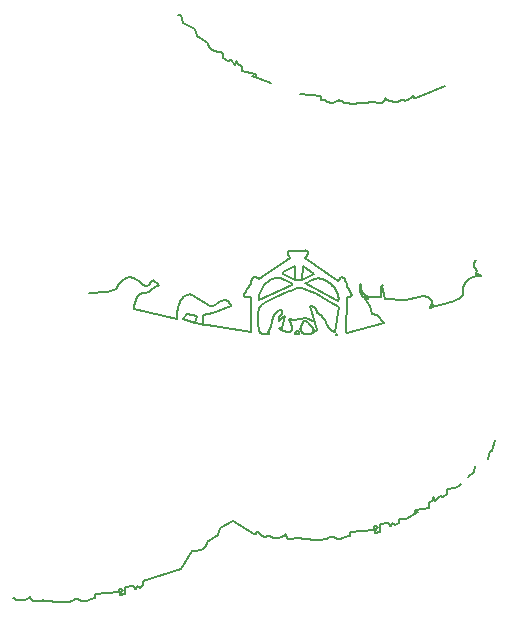
<source format=gbr>
%TF.GenerationSoftware,KiCad,Pcbnew,8.0.4*%
%TF.CreationDate,2024-12-02T20:50:40-07:00*%
%TF.ProjectId,tree,74726565-2e6b-4696-9361-645f70636258,rev?*%
%TF.SameCoordinates,Original*%
%TF.FileFunction,Legend,Top*%
%TF.FilePolarity,Positive*%
%FSLAX46Y46*%
G04 Gerber Fmt 4.6, Leading zero omitted, Abs format (unit mm)*
G04 Created by KiCad (PCBNEW 8.0.4) date 2024-12-02 20:50:40*
%MOMM*%
%LPD*%
G01*
G04 APERTURE LIST*
%ADD10C,0.180000*%
%ADD11C,0.390000*%
%ADD12C,5.000000*%
%ADD13C,0.900000*%
%ADD14R,1.800000X1.800000*%
%ADD15C,1.800000*%
G04 APERTURE END LIST*
D10*
X136815388Y-95917072D02*
X136794183Y-96095997D01*
X143954398Y-94006590D02*
X144047903Y-93850032D01*
X143820023Y-97667138D02*
X143799557Y-97628229D01*
X149783359Y-114973219D02*
X149801714Y-114969607D01*
X128406528Y-120279894D02*
X128448926Y-120296482D01*
X127740155Y-120463556D02*
X127776527Y-120450343D01*
X144344902Y-114954276D02*
X144369947Y-114942468D01*
X148564329Y-95727946D02*
X148554267Y-95704640D01*
X151269350Y-93919447D02*
X151225896Y-93842045D01*
X146517460Y-97261115D02*
X146521712Y-97317944D01*
X158093120Y-112030715D02*
X158142522Y-112021747D01*
X161510384Y-93141212D02*
X161465059Y-93171308D01*
X148592866Y-95834498D02*
X148587497Y-95805786D01*
X149112233Y-77991658D02*
X149054369Y-77978511D01*
X150174051Y-78144160D02*
X150132427Y-78164601D01*
X146153214Y-90835381D02*
X146146129Y-90860792D01*
X149820331Y-114966891D02*
X149839229Y-114965134D01*
X149952545Y-114974643D02*
X149974392Y-114980083D01*
X144997952Y-115075061D02*
X145046869Y-115080157D01*
X150442790Y-115160686D02*
X150465727Y-115162412D01*
X142643518Y-94680455D02*
X142703563Y-94684220D01*
X134822134Y-93899340D02*
X134877641Y-93861912D01*
X156092686Y-78046986D02*
X156065979Y-78043559D01*
X124028646Y-120262225D02*
X124072287Y-120241165D01*
X156981872Y-112745091D02*
X158093120Y-112506966D01*
X135157226Y-93726918D02*
X135192642Y-93716369D01*
X142473192Y-94441432D02*
X142462136Y-94478335D01*
X141789620Y-74708149D02*
X141710243Y-75025648D01*
X146244925Y-91174286D02*
X146282989Y-91241807D01*
X150962544Y-93162169D02*
X150921074Y-93092320D01*
X151213916Y-94717694D02*
X151278046Y-94703240D01*
X149839229Y-114965134D02*
X149862516Y-114964341D01*
X161950624Y-91791654D02*
X161935062Y-91844971D01*
X146514159Y-97418119D02*
X146502550Y-97461368D01*
X144917124Y-93118779D02*
X144999695Y-93094155D01*
X152255380Y-93840902D02*
X152259626Y-93945537D01*
X138441872Y-96317957D02*
X138270354Y-96918270D01*
X144153336Y-93700876D02*
X144270042Y-93561492D01*
X144695908Y-114971492D02*
X144733294Y-114993883D01*
X143511417Y-92999062D02*
X143499986Y-92993241D01*
X132354681Y-119856915D02*
X132354681Y-119221916D01*
X150465727Y-115162412D02*
X150488999Y-115162770D01*
X145994306Y-97605996D02*
X145924189Y-97585390D01*
X150583748Y-93075944D02*
X150547080Y-93118911D01*
X147712485Y-93511939D02*
X147777252Y-93480577D01*
X150971526Y-78238453D02*
X150936024Y-78222997D01*
X143761974Y-97530637D02*
X143729018Y-97409906D01*
X153413983Y-78170031D02*
X153362792Y-78167160D01*
X148477810Y-93143258D02*
X148549331Y-93123866D01*
X146187905Y-91057696D02*
X146213306Y-91113009D01*
X146722243Y-94003582D02*
X146777913Y-93982087D01*
X139079372Y-115893250D02*
X139115056Y-115860341D01*
X143049837Y-93406275D02*
X143028864Y-93505837D01*
X147411250Y-92031707D02*
X148363751Y-92746082D01*
X136794183Y-96095997D02*
X136781023Y-96264890D01*
X151278046Y-94703240D02*
X151334602Y-94687148D01*
X144211717Y-114972056D02*
X144239182Y-114973570D01*
X152332491Y-93619204D02*
X152253115Y-93619204D01*
X155697998Y-78020754D02*
X155663080Y-78045799D01*
X125183972Y-120399198D02*
X125283421Y-120386455D01*
X136885750Y-95545617D02*
X136845591Y-95732238D01*
X149597580Y-78174843D02*
X149543881Y-78154703D01*
X144183980Y-114968265D02*
X144211717Y-114972056D01*
X149963174Y-97582923D02*
X149899933Y-97546547D01*
X152989254Y-94650087D02*
X152925316Y-94627421D01*
X139688572Y-95422695D02*
X139621716Y-95422539D01*
X148152269Y-97785995D02*
X148099612Y-97809817D01*
X146143884Y-90890485D02*
X146146710Y-90924742D01*
X161020627Y-93883279D02*
X161014515Y-93939474D01*
X156175008Y-78042572D02*
X156147271Y-78046363D01*
X143964681Y-97789108D02*
X143944279Y-97779804D01*
X154048584Y-78235841D02*
X154010011Y-78239481D01*
X150536641Y-115158978D02*
X150594816Y-115148682D01*
X156870854Y-77803768D02*
X156870854Y-77645017D01*
X151141875Y-97746704D02*
X151062499Y-97667330D01*
X128228294Y-120251331D02*
X128251581Y-120250538D01*
X144369947Y-114942468D02*
X144394297Y-114927607D01*
X153907608Y-94681932D02*
X153739916Y-94703776D01*
X144700000Y-76600000D02*
X143138992Y-75978149D01*
X148602466Y-95964154D02*
X148601856Y-95929445D01*
X149089207Y-96339934D02*
X149036372Y-96283699D01*
X146429849Y-115165004D02*
X146515319Y-115157084D01*
X125594343Y-120390729D02*
X125845156Y-120429408D01*
X147093750Y-97746697D02*
X147093750Y-97826071D01*
X149182241Y-96457763D02*
X149137676Y-96398043D01*
X154305176Y-78074146D02*
X154278672Y-78110301D01*
X148363751Y-92746082D02*
X147331876Y-93222332D01*
X156870854Y-77645017D02*
X156791480Y-77645017D01*
X144950067Y-115067631D02*
X144997952Y-115075061D01*
X133115685Y-93093094D02*
X133042283Y-93063010D01*
X134591938Y-93436182D02*
X134533097Y-93518818D01*
X139621716Y-95422539D02*
X139553441Y-95414952D01*
X150406443Y-78048950D02*
X150384596Y-78054390D01*
X142964101Y-93691172D02*
X142914527Y-93772951D01*
X144332417Y-93496206D02*
X144397365Y-93434252D01*
X158205163Y-94831715D02*
X158148610Y-94777339D01*
X143377116Y-75819398D02*
X142265868Y-75581273D01*
X134358776Y-93680325D02*
X134301104Y-93708346D01*
X151519180Y-94321853D02*
X151502429Y-94288041D01*
X147205278Y-115104532D02*
X147456091Y-115143211D01*
X132195938Y-119460043D02*
X132037186Y-119618791D01*
X148367787Y-95523218D02*
X148344053Y-95512575D01*
X147047874Y-115091971D02*
X147099983Y-115093405D01*
X146485851Y-97499995D02*
X146464160Y-97533950D01*
X150174969Y-94002305D02*
X150226081Y-94079624D01*
X149490693Y-78133346D02*
X149384875Y-78088979D01*
X147698452Y-91316185D02*
X147740851Y-91242301D01*
X143700876Y-97269904D02*
X143677740Y-97114501D01*
X142460737Y-94574489D02*
X142472439Y-94600917D01*
X142265868Y-75105022D02*
X142216466Y-75096054D01*
X144239182Y-114973570D02*
X144266302Y-114972679D01*
X158388550Y-111907129D02*
X158398643Y-111895014D01*
X143138992Y-75978149D02*
X143456493Y-76057523D01*
X123888719Y-120314801D02*
X123983368Y-120281549D01*
X128083873Y-120288803D02*
X128118729Y-120275026D01*
X125436939Y-120378168D02*
X125489048Y-120379602D01*
X146777913Y-93982087D02*
X146833948Y-93962970D01*
X133177246Y-95363942D02*
X133196069Y-95272834D01*
X143488134Y-114570710D02*
X143567508Y-114570710D01*
X137327265Y-94671508D02*
X137269309Y-94730015D01*
X158093120Y-112506966D02*
X158093120Y-112030715D01*
X146492405Y-97134215D02*
X146507723Y-97199856D01*
X152646316Y-94458973D02*
X152599558Y-94413566D01*
X140887716Y-94949423D02*
X140834622Y-94943578D01*
X146776247Y-92031707D02*
X146776247Y-93222332D01*
X133793967Y-94365081D02*
X133836815Y-94358135D01*
X144681234Y-93225688D02*
X144757811Y-93184842D01*
X150508851Y-93170591D02*
X150469008Y-93231386D01*
X146538123Y-93539830D02*
X146538123Y-93698581D01*
X128809229Y-120443889D02*
X128831855Y-120446883D01*
X134651297Y-93337653D02*
X134591938Y-93436182D01*
X160945901Y-94516617D02*
X160934863Y-94541374D01*
X139786804Y-73768458D02*
X139745704Y-73741313D01*
X145965921Y-114796573D02*
X145985065Y-114856840D01*
X152393165Y-94050770D02*
X152372331Y-93974319D01*
X148225211Y-97205719D02*
X148271888Y-97281907D01*
X132413660Y-93104749D02*
X132363295Y-93130804D01*
X144471873Y-95003095D02*
X144636731Y-94916364D01*
X149695479Y-97366888D02*
X149654189Y-97314758D01*
X149457755Y-115131477D02*
X149491995Y-115112993D01*
X143729018Y-97409906D02*
X143700876Y-97269904D01*
X152418090Y-94122489D02*
X152393165Y-94050770D01*
X152696260Y-94500342D02*
X152646316Y-94458973D01*
X133300347Y-94901431D02*
X133334859Y-94813244D01*
X144071706Y-114932924D02*
X144099833Y-114944527D01*
X154278672Y-78110301D02*
X154250467Y-78141247D01*
X143567508Y-114570710D02*
X143646882Y-114570710D01*
X150715851Y-92983082D02*
X150684905Y-92995257D01*
X141981174Y-74992845D02*
X141970438Y-74981436D01*
X148886576Y-94584752D02*
X149330228Y-94830010D01*
X133146620Y-95535097D02*
X133177246Y-95363942D01*
X151190328Y-114933269D02*
X151246755Y-114917351D01*
X133069058Y-119142539D02*
X133148434Y-119142539D01*
X131663439Y-93895130D02*
X131627414Y-93930825D01*
X142004698Y-75013674D02*
X141992583Y-75003581D01*
X143677740Y-97114501D02*
X143659799Y-96947568D01*
X134474682Y-93586457D02*
X134416606Y-93639994D01*
X141210981Y-95176433D02*
X141156197Y-95112247D01*
X141898980Y-74843263D02*
X141887875Y-74802506D01*
X146284261Y-97631975D02*
X146234682Y-97636893D01*
X146108521Y-115066940D02*
X146138374Y-115093004D01*
X144919591Y-96398877D02*
X144884579Y-96511175D01*
X134243500Y-93724952D02*
X134185873Y-93731040D01*
X128319522Y-120256445D02*
X128341610Y-120260840D01*
X143439396Y-92973782D02*
X143426468Y-92972077D01*
X149801714Y-114969607D02*
X149820331Y-114966891D01*
X150427500Y-95047958D02*
X147649374Y-93539833D01*
X148083909Y-97042159D02*
X148114885Y-97073060D01*
X143643783Y-96241927D02*
X143654666Y-96075388D01*
X149483634Y-97024039D02*
X149423562Y-96898656D01*
X145677303Y-95903326D02*
X145666426Y-95880025D01*
X131627414Y-93930825D02*
X131589729Y-93964881D01*
X147396505Y-96941825D02*
X147570000Y-96714822D01*
X144858211Y-115045589D02*
X144903418Y-115057823D01*
X147375362Y-96971814D02*
X147396505Y-96941825D01*
X145948755Y-114729460D02*
X145965921Y-114796573D01*
X147014371Y-97587947D02*
X147014373Y-97587947D01*
X143647243Y-96772975D02*
X143640262Y-96594590D01*
X128699921Y-120413424D02*
X128742976Y-120428307D01*
X146504869Y-94103900D02*
X146612327Y-94051815D01*
X144982877Y-94753010D02*
X146299994Y-94204538D01*
X151045301Y-78262151D02*
X151026461Y-78257280D01*
X151070076Y-93421943D02*
X151036625Y-93330223D01*
X142265868Y-75581273D02*
X142265868Y-75105022D01*
X144999695Y-93094155D02*
X145084100Y-93075530D01*
X146604947Y-115144032D02*
X146794907Y-115113001D01*
X128251581Y-120250538D02*
X128274532Y-120251194D01*
X128615626Y-120376491D02*
X128657535Y-120395884D01*
X143654666Y-96075388D02*
X143671882Y-95920538D01*
X152563247Y-94656697D02*
X152602067Y-94682001D01*
X158282044Y-111981287D02*
X158298154Y-111973938D01*
X146201228Y-90782049D02*
X146180993Y-90796290D01*
X155312119Y-78154464D02*
X155262376Y-78157273D01*
X145009376Y-96187432D02*
X144960693Y-96290478D01*
X143456493Y-76057523D02*
X143456493Y-75819398D01*
X138586134Y-116136106D02*
X138685956Y-116106703D01*
X145723690Y-93150564D02*
X145800320Y-93182279D01*
X125541535Y-120383680D02*
X125594343Y-120390729D01*
X122909071Y-120174408D02*
X122988445Y-120174408D01*
X160725991Y-110574144D02*
X160759630Y-110539215D01*
X146581586Y-90767349D02*
X146485124Y-90758437D01*
X148042818Y-97828658D02*
X147982704Y-97842481D01*
X150353911Y-115142110D02*
X150375748Y-115148304D01*
X150506874Y-95524209D02*
X150189376Y-97667332D01*
X152643994Y-94705605D02*
X152689147Y-94727480D01*
X155262376Y-78157273D02*
X155161234Y-78156214D01*
X158398643Y-111895014D02*
X158408125Y-111882163D01*
X157029604Y-77803768D02*
X156950230Y-77803768D01*
X145925607Y-114762765D02*
X145948755Y-114729460D01*
X124114085Y-120218414D02*
X124153834Y-120194017D01*
X156614007Y-94842365D02*
X156424643Y-94890356D01*
X138380148Y-116178226D02*
X138483878Y-116159814D01*
X139408370Y-73200022D02*
X138473140Y-72600852D01*
X143726077Y-95661383D02*
X143743882Y-95609946D01*
X146400535Y-94156065D02*
X146504869Y-94103900D01*
X149645607Y-93460971D02*
X149720909Y-93518962D01*
X124699469Y-120447731D02*
X124738042Y-120451371D01*
X140264175Y-73947924D02*
X140161919Y-73924216D01*
X150032188Y-97615356D02*
X149963174Y-97582923D01*
X160572184Y-110694151D02*
X160613284Y-110667006D01*
X152646450Y-78251679D02*
X152386054Y-78279673D01*
X152749261Y-94537772D02*
X152696260Y-94500342D01*
X128657535Y-120395884D02*
X128699921Y-120413424D01*
X147911062Y-93410484D02*
X148049413Y-93335630D01*
X147273444Y-97159041D02*
X147286396Y-97126980D01*
X144509034Y-97559946D02*
X144474369Y-97587956D01*
X142076944Y-75055594D02*
X142060834Y-75048245D01*
X150684905Y-92995257D02*
X150652607Y-93014521D01*
X154121729Y-78219477D02*
X154085842Y-78229283D01*
X144772943Y-115013665D02*
X144814651Y-115030886D01*
X143205497Y-93054395D02*
X143187702Y-93071277D01*
X138275900Y-116191739D02*
X138380148Y-116178226D01*
X148517123Y-95642129D02*
X148502437Y-95623636D01*
X160051131Y-95079652D02*
X159883232Y-95134010D01*
X150899047Y-93062358D02*
X150876090Y-93036245D01*
X142060834Y-75048245D02*
X142045586Y-75040410D01*
X145378030Y-95816145D02*
X145340306Y-95834053D01*
X124527439Y-120379201D02*
X124558883Y-120400709D01*
X144814651Y-115030886D02*
X144858211Y-115045589D01*
X161809457Y-93002714D02*
X161705132Y-93041229D01*
X148543043Y-95682593D02*
X148530660Y-95661769D01*
X143671882Y-95920538D02*
X143695623Y-95781247D01*
X154329922Y-78032453D02*
X154305176Y-78074146D01*
X144047903Y-93850032D02*
X144153336Y-93700876D01*
X128274532Y-120251194D02*
X128297171Y-120253196D01*
X146520579Y-97370295D02*
X146514159Y-97418119D01*
X145876984Y-93216813D02*
X145953498Y-93253473D01*
X141992583Y-75003581D02*
X141981174Y-74992845D01*
X124626324Y-120431367D02*
X124662211Y-120441173D01*
X161705132Y-93041229D02*
X161605228Y-93087250D01*
X149362617Y-96771249D02*
X149297112Y-96643934D01*
X156240220Y-94929464D02*
X156150604Y-94944234D01*
X128448926Y-120296482D02*
X128490844Y-120315241D01*
X147331876Y-93222332D02*
X146776247Y-93222332D01*
X158378390Y-95154788D02*
X158343624Y-95057023D01*
X148502437Y-95623636D02*
X148486604Y-95606255D01*
X137035969Y-95098306D02*
X136999754Y-95183508D01*
X151083893Y-78269421D02*
X151064438Y-78266218D01*
X160640802Y-94816970D02*
X160509871Y-94890424D01*
X147597954Y-97817996D02*
X147537431Y-97795669D01*
X147855774Y-97854929D02*
X147790591Y-97853479D01*
X150107435Y-97643581D02*
X150032188Y-97615356D01*
X139148695Y-115825412D02*
X139180170Y-115788413D01*
X150488999Y-115162770D02*
X150512629Y-115161659D01*
X133524793Y-93359933D02*
X133393788Y-93260513D01*
X143763436Y-95564818D02*
X143784763Y-95526481D01*
X145725020Y-114932217D02*
X145764769Y-114907820D01*
X124395196Y-120196786D02*
X124418131Y-120244343D01*
X156014086Y-78028583D02*
X155989041Y-78016775D01*
X152925316Y-94627421D02*
X152863918Y-94601212D01*
X147060055Y-93919698D02*
X147088368Y-93918996D01*
X161465059Y-93171308D02*
X161421238Y-93203553D01*
X147568437Y-94012232D02*
X147778088Y-94079978D01*
X155553122Y-113459467D02*
X156188123Y-113459467D01*
X136999754Y-95183508D02*
X136966743Y-95271355D01*
X123586819Y-120368104D02*
X123688802Y-120358446D01*
X161262599Y-93355112D02*
X161227499Y-93398919D01*
X139300888Y-115570618D02*
X139316862Y-115520151D01*
X143488134Y-114729461D02*
X143488134Y-114570710D01*
X127812029Y-120434887D02*
X127846820Y-120417674D01*
X151135093Y-114951458D02*
X151190328Y-114933269D01*
X137525861Y-94535567D02*
X137455422Y-94573769D01*
X145800320Y-93182279D02*
X145876984Y-93216813D01*
X149694808Y-115002606D02*
X149729664Y-114988829D01*
X154393067Y-77870880D02*
X154373923Y-77931147D01*
X143028864Y-93505837D02*
X143016714Y-93554636D01*
X128925706Y-120445175D02*
X128983881Y-120434879D01*
X147144911Y-93921379D02*
X147173121Y-93924581D01*
X133334859Y-94813244D02*
X133373225Y-94729485D01*
X156065979Y-78043559D02*
X156039755Y-78037468D01*
X141950863Y-74956470D02*
X141941962Y-74942851D01*
X134056824Y-94337309D02*
X134100964Y-94331760D01*
X155663080Y-78045799D02*
X155625694Y-78068190D01*
X158298154Y-111973938D02*
X158313402Y-111966103D01*
X162011967Y-92240677D02*
X162056158Y-92301787D01*
X148891056Y-115230971D02*
X149020260Y-115222690D01*
X146667020Y-94026981D02*
X146722243Y-94003582D01*
X154085842Y-78229283D02*
X154048584Y-78235841D01*
X134252204Y-94293871D02*
X134273156Y-94285122D01*
X130550714Y-94284849D02*
X130370816Y-94296338D01*
X143269099Y-93010186D02*
X143246097Y-93023788D01*
X162057052Y-91581857D02*
X162024927Y-91634013D01*
X145953498Y-93253473D02*
X146254374Y-93407457D01*
X148994826Y-77968631D02*
X148933365Y-77962517D01*
X145449052Y-95794341D02*
X145414328Y-95802987D01*
X149885467Y-114964997D02*
X149908106Y-114966999D01*
X158187476Y-112011836D02*
X158228232Y-112000731D01*
X150664180Y-78076913D02*
X150629324Y-78063136D01*
X134438497Y-94186888D02*
X134496528Y-94146078D01*
X140274913Y-114812742D02*
X140434888Y-114236292D01*
X128136419Y-120269087D02*
X128154311Y-120263864D01*
X151425623Y-114888210D02*
X151425623Y-114570718D01*
X144570242Y-97494491D02*
X144540929Y-97528730D01*
X151334602Y-94687148D02*
X151383920Y-94669476D01*
X143856020Y-97715585D02*
X143841574Y-97698810D01*
X139209361Y-115749294D02*
X139236148Y-115708004D01*
X146146710Y-90924742D02*
X146154836Y-90963843D01*
X141482809Y-113665662D02*
X143329384Y-114729461D01*
X160999923Y-94236581D02*
X160995155Y-94295872D01*
X148390405Y-95534713D02*
X148367787Y-95523218D01*
X157373353Y-94654489D02*
X157187984Y-94691551D01*
X145340306Y-95834053D02*
X145301303Y-95856949D01*
X144033606Y-95285943D02*
X144168357Y-95187681D01*
X155941106Y-77983872D02*
X155918356Y-77962518D01*
X142531499Y-94319417D02*
X142508347Y-94361742D01*
X143640262Y-96594590D02*
X143639045Y-96416284D01*
X147858684Y-90832126D02*
X147846564Y-90809997D01*
X161083350Y-93656187D02*
X161061349Y-93715668D01*
X149020260Y-115222690D02*
X149148344Y-115210807D01*
X154719407Y-78050335D02*
X154675766Y-78029275D01*
X146146129Y-90860792D02*
X146143884Y-90890485D01*
X157878328Y-94647981D02*
X157801224Y-94634773D01*
X144960693Y-96290478D02*
X144919591Y-96398877D01*
X146397023Y-90753209D02*
X146319117Y-90753907D01*
X146379373Y-91396704D02*
X143680620Y-93142956D01*
X148549331Y-93123866D02*
X148620423Y-93110118D01*
X152388889Y-94470899D02*
X152411575Y-94505756D01*
X144534647Y-93321527D02*
X144606819Y-93271349D01*
X145347498Y-93058620D02*
X145421195Y-93065808D01*
X150594816Y-115148682D02*
X150651506Y-115135178D01*
X145689320Y-95955326D02*
X145684983Y-95928506D01*
X158440564Y-111822768D02*
X158447458Y-111805765D01*
X141877964Y-74757551D02*
X141868996Y-74708149D01*
X161061349Y-93715668D02*
X161041811Y-93777952D01*
X141266290Y-95252792D02*
X141210981Y-95176433D01*
X131508525Y-94027316D02*
X131464579Y-94055313D01*
X146282989Y-91241807D02*
X146379373Y-91396704D01*
X154556723Y-77956131D02*
X154521686Y-77928582D01*
X143016714Y-93554636D02*
X143002398Y-93602121D01*
X145850260Y-97559534D02*
X145772617Y-97528381D01*
X149660520Y-115018513D02*
X149694808Y-115002606D01*
X124497586Y-120353137D02*
X124527439Y-120379201D01*
X148114504Y-95453641D02*
X148046250Y-95444830D01*
X141941962Y-74942851D02*
X141933609Y-74928433D01*
X156147271Y-78046363D02*
X156119806Y-78047877D01*
X145802265Y-114881824D02*
X145837302Y-114854275D01*
X155161234Y-78156214D02*
X155059251Y-78146556D01*
X147982704Y-97842481D02*
X147920084Y-97851250D01*
X137852809Y-94465903D02*
X137764054Y-94469817D01*
X153754041Y-78218339D02*
X153564081Y-78187308D01*
X143718112Y-114658204D02*
X143760380Y-114703555D01*
X142017549Y-75023155D02*
X142004698Y-75013674D01*
X134100964Y-94331760D02*
X134144813Y-94324362D01*
X140514445Y-95036724D02*
X140063799Y-95306790D01*
X152319661Y-94316925D02*
X152333980Y-94357539D01*
X133269452Y-94992765D02*
X133300347Y-94901431D01*
X147785760Y-90764848D02*
X147758088Y-90755993D01*
X149332527Y-115182973D02*
X149351090Y-115177359D01*
X154859334Y-78102911D02*
X154764685Y-78069659D01*
X139260411Y-115664495D02*
X139282031Y-115618716D01*
X151467932Y-78305278D02*
X151338728Y-78296997D01*
X144275761Y-97834922D02*
X144225228Y-97834495D01*
X149278180Y-78045727D02*
X149223895Y-78025765D01*
X146946774Y-93933752D02*
X147003400Y-93924594D01*
X145985065Y-114856840D02*
X146006131Y-114910589D01*
X145178101Y-95957968D02*
X145135459Y-96003215D01*
X145772617Y-97528381D02*
X145691358Y-97491882D01*
X160757243Y-94737497D02*
X160640802Y-94816970D01*
X143171444Y-93089129D02*
X143156625Y-93107890D01*
X123339132Y-120353828D02*
X123387017Y-120361258D01*
X143356818Y-92976505D02*
X143341763Y-92980239D01*
X144836469Y-93149107D02*
X144917124Y-93118779D01*
X146180798Y-97636801D02*
X146122708Y-97631654D01*
X143143145Y-93127496D02*
X143130906Y-93147887D01*
X141970438Y-74981436D02*
X141960345Y-74969321D01*
X160995155Y-94295872D02*
X160988089Y-94354001D01*
X149615906Y-97260271D02*
X149580170Y-97203691D01*
X151491800Y-94607546D02*
X151515523Y-94584122D01*
X145542310Y-95793072D02*
X145513191Y-95789622D01*
X150801106Y-92985050D02*
X150773899Y-92978384D01*
X148486604Y-95606255D02*
X148469631Y-95589947D01*
X132011042Y-93448882D02*
X131948087Y-93531608D01*
X160690307Y-110607053D02*
X160725991Y-110574144D01*
X160908541Y-94588337D02*
X160893077Y-94610424D01*
X147725349Y-97846865D02*
X147660865Y-97835050D01*
X149330228Y-94830010D02*
X149756119Y-95078093D01*
X142853268Y-94677754D02*
X142943876Y-94667059D01*
X148334177Y-93195941D02*
X148406034Y-93167536D01*
X149168660Y-78007576D02*
X149112233Y-77991658D01*
X152355717Y-93893036D02*
X152343453Y-93806822D01*
X137600699Y-94505164D02*
X137525861Y-94535567D01*
X154316874Y-96873577D02*
X151141875Y-97746704D01*
X147972934Y-115205366D02*
X148235590Y-115225543D01*
X142516936Y-94643948D02*
X142550679Y-94660087D01*
X149961163Y-78227838D02*
X149938824Y-78231999D01*
X123203716Y-120317083D02*
X123247276Y-120331786D01*
X146029066Y-114958146D02*
X146053812Y-114999839D01*
X139316862Y-115520151D02*
X139329834Y-115467266D01*
X139965665Y-73859318D02*
X139873582Y-73817332D01*
X145652501Y-95858842D02*
X145635675Y-95840016D01*
X150496472Y-78038648D02*
X150473521Y-78039304D01*
X142456059Y-94512966D02*
X142455435Y-94545095D01*
X139873582Y-73817332D02*
X139786804Y-73768458D01*
X133415685Y-94651436D02*
X133462478Y-94580378D01*
X149313687Y-115187844D02*
X149332527Y-115182973D01*
X151502429Y-94288041D02*
X151462663Y-94218298D01*
X132467051Y-93081250D02*
X132413660Y-93104749D01*
X148173191Y-97137310D02*
X148200094Y-97170928D01*
X146945005Y-115095724D02*
X146996196Y-115092853D01*
X146225387Y-90770970D02*
X146201228Y-90782049D01*
X152368475Y-94434556D02*
X152388889Y-94470899D01*
X143130906Y-93147887D02*
X143119808Y-93169000D01*
X149764172Y-78222989D02*
X149707482Y-78209485D01*
X162492487Y-92904830D02*
X162375047Y-92907467D01*
X162056158Y-92301787D02*
X162110315Y-92364384D01*
X151462183Y-94629618D02*
X151491800Y-94607546D01*
X151141875Y-94730453D02*
X151213916Y-94717694D01*
X150445843Y-94969519D02*
X150427500Y-95047958D01*
X149842004Y-97506490D02*
X149788926Y-97463019D01*
X154433381Y-77837072D02*
X154410233Y-77803767D01*
X161917565Y-92971269D02*
X161809457Y-93002714D01*
X137946442Y-94471850D02*
X137852809Y-94465903D01*
X148336531Y-97482862D02*
X148335668Y-97540522D01*
X145687373Y-96012927D02*
X145690166Y-95983546D01*
X123122359Y-120280080D02*
X123162008Y-120299862D01*
X147355052Y-97002154D02*
X147375362Y-96971814D01*
X146253241Y-90762773D02*
X146225387Y-90770970D01*
X124337820Y-120015657D02*
X124354986Y-120082770D01*
X149707482Y-78209485D02*
X149652032Y-78193270D01*
X148049413Y-93335630D02*
X148190915Y-93262090D01*
X161951262Y-92122463D02*
X161977187Y-92180940D01*
X154594219Y-77982127D02*
X154556723Y-77956131D01*
X148052002Y-97011895D02*
X148083909Y-97042159D01*
X147778088Y-94079978D02*
X147993743Y-94161232D01*
X152350211Y-94396759D02*
X152368475Y-94434556D01*
X143805800Y-94332425D02*
X143873479Y-94168178D01*
X143807888Y-95495420D02*
X143858234Y-95441368D01*
X139881322Y-95385579D02*
X139818306Y-95403515D01*
X149720909Y-93518962D02*
X149865068Y-93644399D01*
X139002349Y-115953203D02*
X139041763Y-115924187D01*
X161163330Y-93494017D02*
X161134420Y-93545416D01*
X154521686Y-77928582D02*
X154489313Y-77899525D01*
X147649372Y-91396704D02*
X147698452Y-91316185D01*
X149740238Y-97416396D02*
X149695479Y-97366888D01*
X140675296Y-94966876D02*
X140621941Y-94985920D01*
X126887886Y-120522453D02*
X127019190Y-120523745D01*
X125385261Y-120379050D02*
X125436939Y-120378168D01*
X145513191Y-95789622D02*
X145482056Y-95789965D01*
X147869359Y-90888595D02*
X147866356Y-90858237D01*
X149294550Y-115191911D02*
X149313687Y-115187844D01*
X144174886Y-97832331D02*
X144125255Y-97827983D01*
X161107734Y-93599454D02*
X161083350Y-93656187D01*
X150773899Y-92978384D02*
X150745498Y-92977593D01*
X146696873Y-96635455D02*
X146220623Y-96556081D01*
X149568525Y-93406440D02*
X149645607Y-93460971D01*
X143680092Y-114613578D02*
X143718112Y-114658204D01*
X133774309Y-93554365D02*
X133524793Y-93359933D01*
X123162008Y-120299862D02*
X123203716Y-120317083D01*
X152729367Y-94889203D02*
X153145598Y-95453097D01*
X158460008Y-111768956D02*
X158471113Y-111728199D01*
X155730243Y-77993009D02*
X155697998Y-78020754D01*
X148725877Y-93101744D02*
X148760625Y-93102597D01*
X147088368Y-93918996D02*
X147116656Y-93919537D01*
X146776247Y-93222332D02*
X145744372Y-92746082D01*
X158713691Y-95443602D02*
X158572627Y-95483675D01*
X139553441Y-95414952D02*
X138045071Y-94488173D01*
X145691358Y-97491882D02*
X145606582Y-97449989D01*
X150257209Y-78103351D02*
X150174051Y-78144160D01*
X154010011Y-78239481D02*
X153970178Y-78240528D01*
X150375748Y-115148304D02*
X150397825Y-115153531D01*
X153418990Y-94717263D02*
X153267823Y-94707320D01*
X144015757Y-114904957D02*
X144043657Y-114919691D01*
X133942187Y-119063165D02*
X133942187Y-118745664D01*
X143464389Y-92979490D02*
X143452031Y-92976265D01*
X124442877Y-120286036D02*
X124469381Y-120322191D01*
X129204172Y-120366593D02*
X129257360Y-120345236D01*
X123789983Y-120340556D02*
X123888719Y-120314801D01*
X147986252Y-96952744D02*
X148052002Y-97011895D01*
X148920965Y-93122671D02*
X149002335Y-93141150D01*
X150618906Y-93041282D02*
X150583748Y-93075944D01*
X145135459Y-96003215D02*
X145099882Y-96046080D01*
X158471113Y-111728199D02*
X158481024Y-111683244D01*
X158569368Y-111633842D02*
X158648745Y-111951341D01*
X123292483Y-120344020D02*
X123339132Y-120353828D01*
X150268470Y-115109687D02*
X150310856Y-115127227D01*
X136775010Y-96556088D02*
X133123761Y-95682961D01*
X145837302Y-114854275D02*
X145869675Y-114825218D01*
X135266887Y-93698585D02*
X134711263Y-93222335D01*
X159680617Y-111395717D02*
X159680617Y-110919467D01*
X129096021Y-120405160D02*
X129150473Y-120386733D01*
X148114885Y-97073060D02*
X148144717Y-97104732D01*
X124072287Y-120241165D02*
X124114085Y-120218414D01*
X128490844Y-120315241D02*
X128574002Y-120356050D01*
X128297171Y-120253196D02*
X128319522Y-120256445D01*
X150059861Y-115010285D02*
X150101779Y-115029044D01*
X149329364Y-93265939D02*
X149410127Y-93308692D01*
X145096612Y-115082966D02*
X145197754Y-115081907D01*
X150101779Y-115029044D02*
X150184937Y-115069853D01*
X145924189Y-97585390D02*
X145850260Y-97559534D01*
X124469381Y-120322191D02*
X124497586Y-120353137D01*
X143944279Y-97779804D02*
X143924707Y-97769395D01*
X154078740Y-94651079D02*
X153907608Y-94681932D01*
X148840303Y-93109742D02*
X148920965Y-93122671D01*
X149869989Y-78237077D02*
X149846359Y-78235966D01*
X140062097Y-73894813D02*
X139965665Y-73859318D01*
X146388810Y-115166221D02*
X146429849Y-115165004D01*
X133624687Y-119301290D02*
X133942187Y-119063165D01*
X132890196Y-93023237D02*
X132811332Y-93015339D01*
X131368938Y-94103912D02*
X131219827Y-94159926D01*
X145499654Y-115028604D02*
X145594303Y-114995352D01*
X151064438Y-78266218D02*
X151045301Y-78262151D01*
X160893077Y-94610424D02*
X160875958Y-94631500D01*
X150048132Y-78201534D02*
X150005077Y-78216417D01*
X143084853Y-93259444D02*
X143071650Y-93307393D01*
X131957814Y-119380665D02*
X132195938Y-119460043D01*
X142031168Y-75032057D02*
X142017549Y-75023155D01*
X143752019Y-94496960D02*
X143805800Y-94332425D01*
X162492487Y-92825454D02*
X162492487Y-92904830D01*
X151557469Y-94448710D02*
X151552876Y-94418368D01*
X152372331Y-93974319D02*
X152355717Y-93893036D01*
X149899933Y-97546547D02*
X149842004Y-97506490D01*
X128983881Y-120434879D02*
X129040571Y-120421375D01*
X127702752Y-120474041D02*
X127721592Y-120469170D01*
X146833948Y-93962970D02*
X146890263Y-93946701D01*
X144884579Y-96511175D02*
X144854163Y-96625918D01*
X129469873Y-120257617D02*
X129524158Y-120237655D01*
X145261170Y-95885075D02*
X145220053Y-95918668D01*
X133042283Y-93063010D02*
X132967149Y-93039425D01*
X131878438Y-119380665D02*
X131957814Y-119380665D01*
X147809879Y-90776623D02*
X147785760Y-90764848D01*
X142550679Y-94660087D02*
X142592715Y-94672334D01*
X134552590Y-94104463D02*
X134767874Y-93938540D01*
X131763679Y-93780122D02*
X131698016Y-93857988D01*
X145744372Y-92746082D02*
X145744372Y-92587332D01*
X161227499Y-93398919D02*
X161194383Y-93445203D01*
X131062340Y-94205019D02*
X130897585Y-94240198D01*
X154158116Y-93777952D02*
X154078740Y-93777952D01*
X156119806Y-78047877D02*
X156092686Y-78046986D01*
X150799527Y-78148463D02*
X150732349Y-78110372D01*
X124418131Y-120244343D02*
X124442877Y-120286036D01*
X146122708Y-97631654D02*
X146060511Y-97621401D01*
X150876090Y-93036245D02*
X150852149Y-93014386D01*
X134994540Y-93794087D02*
X135057004Y-93764549D01*
X134377962Y-94226464D02*
X134438497Y-94186888D01*
X145899179Y-114794699D02*
X145925607Y-114762765D01*
X162258197Y-92914993D02*
X162142573Y-92927845D01*
X138483878Y-116159814D02*
X138586134Y-116136106D01*
X148978711Y-96229602D02*
X148915762Y-96177909D01*
X148690582Y-96039893D02*
X148601875Y-96000457D01*
X157219996Y-112903842D02*
X156902495Y-112983216D01*
X132270791Y-93189821D02*
X132228227Y-93222402D01*
X146776247Y-97826071D02*
X146855623Y-97587947D01*
X146406194Y-97587655D02*
X146370116Y-97607309D01*
X150448895Y-94646238D02*
X150458126Y-94728022D01*
X149223361Y-96518827D02*
X149182241Y-96457763D01*
X134496528Y-94146078D02*
X134552590Y-94104463D01*
X145666426Y-95880025D02*
X145652501Y-95858842D01*
X150427498Y-93301704D02*
X147649372Y-91396704D01*
X143806333Y-114748596D02*
X143855409Y-114792291D01*
X153965616Y-114570718D02*
X153965616Y-113935719D01*
X148406034Y-93167536D02*
X148477810Y-93143258D01*
X146502550Y-97461368D02*
X146485851Y-97499995D01*
X147099983Y-115093405D02*
X147152470Y-115097483D01*
X146220623Y-96556081D02*
X146277768Y-96651046D01*
X139115056Y-115860341D02*
X139148695Y-115825412D01*
X138069682Y-116205664D02*
X138172092Y-116200753D01*
X146168492Y-91008067D02*
X146187905Y-91057696D01*
X154250467Y-78141247D02*
X154220614Y-78167311D01*
X139511905Y-73496114D02*
X139487642Y-73452605D01*
X143906029Y-97757824D02*
X143888312Y-97745036D01*
X149422964Y-115148690D02*
X149457755Y-115131477D01*
X145585944Y-96200196D02*
X145613666Y-96168874D01*
X123688802Y-120358446D02*
X123789983Y-120340556D01*
X151554680Y-94506304D02*
X151558182Y-94478041D01*
X150519759Y-78039441D02*
X150496472Y-78038648D01*
X161923762Y-92008829D02*
X161933639Y-92065130D01*
X136936819Y-95361333D02*
X136885750Y-95545617D01*
X131698016Y-93857988D02*
X131663439Y-93895130D01*
X159283745Y-111633842D02*
X159680617Y-111395717D01*
X160978005Y-94410488D02*
X160964183Y-94464853D01*
X153965616Y-113935719D02*
X154679993Y-113856342D01*
X147758088Y-90755993D02*
X147727086Y-90749793D01*
X150315226Y-94238144D02*
X150352706Y-94318879D01*
X147093750Y-97667323D02*
X147093750Y-97746697D01*
X151000921Y-93242550D02*
X150962544Y-93162169D01*
X140367905Y-73966336D02*
X140264175Y-73947924D01*
X145258083Y-93057466D02*
X145347498Y-93058620D01*
X140678371Y-73993774D02*
X140575961Y-73988863D01*
X140728482Y-94953004D02*
X140675296Y-94966876D01*
X134070193Y-93715241D02*
X134011960Y-93695146D01*
X147480113Y-97768030D02*
X147426814Y-97735043D01*
X156287282Y-78007231D02*
X156259155Y-78018834D01*
X152789610Y-94765916D02*
X152845160Y-94782417D01*
X150921074Y-93092320D02*
X150899047Y-93062358D01*
X148620423Y-93110118D02*
X148655754Y-93105599D01*
X156998053Y-94738316D02*
X156805935Y-94790136D01*
X155553122Y-113776968D02*
X155553122Y-113459467D01*
X158313402Y-111966103D02*
X158327820Y-111957750D01*
X145684983Y-95928506D02*
X145677303Y-95903326D01*
X143985848Y-97797362D02*
X143964681Y-97789108D01*
X147335539Y-97652877D02*
X147299194Y-97603626D01*
X132730468Y-93016628D02*
X132647513Y-93028000D01*
X128854792Y-120448609D02*
X128878064Y-120448967D01*
X158425379Y-111854126D02*
X158433215Y-111838878D01*
X149756119Y-95078093D02*
X150506874Y-95524209D01*
X152411575Y-94505756D02*
X152436651Y-94539098D01*
X143682674Y-94893995D02*
X143688774Y-94817408D01*
X151598048Y-78310162D02*
X151467932Y-78305278D01*
X151426335Y-94650280D02*
X151462183Y-94629618D01*
X143988076Y-114888853D02*
X144015757Y-114904957D01*
X150061047Y-93852708D02*
X150119865Y-93926589D01*
X153055603Y-94669312D02*
X152989254Y-94650087D01*
X157187984Y-94691551D02*
X156998053Y-94738316D01*
X148933365Y-77645025D02*
X147200000Y-77500000D01*
X153362792Y-78167160D02*
X153311114Y-78166278D01*
X131948087Y-93531608D02*
X131826110Y-93698753D01*
X151304619Y-114904204D02*
X151364162Y-114894324D01*
X160366549Y-94958357D02*
X160212936Y-95021267D01*
X144474369Y-97587956D02*
X144553743Y-97826080D01*
X145647278Y-93122365D02*
X145723690Y-93150564D01*
X150428531Y-78044555D02*
X150406443Y-78048950D01*
X137265244Y-71453772D02*
X137106496Y-70818772D01*
X144636731Y-94916364D02*
X144807716Y-94833070D01*
X147366284Y-93959823D02*
X147568437Y-94012232D01*
X156503579Y-77866598D02*
X156451941Y-77907913D01*
X147867468Y-90923465D02*
X147869359Y-90888595D01*
X156259155Y-78018834D02*
X156231020Y-78028678D01*
X145613666Y-96168874D02*
X145636865Y-96137276D01*
X129579393Y-120219466D02*
X129635820Y-120203548D01*
X145744372Y-92587332D02*
X146776247Y-92031707D01*
X128363457Y-120266280D02*
X128406528Y-120279894D01*
X139943196Y-95363013D02*
X139881322Y-95385579D01*
X158433215Y-111838878D02*
X158440564Y-111822768D01*
X143799557Y-97628229D02*
X143761974Y-97530637D01*
X122988445Y-120174408D02*
X123017810Y-120204899D01*
X130726673Y-94266472D02*
X130550714Y-94284849D01*
X160964183Y-94464853D02*
X160955644Y-94491090D01*
X140063799Y-95306790D02*
X140003999Y-95336516D01*
X150310856Y-115127227D02*
X150353911Y-115142110D01*
X153739916Y-94703776D02*
X153576698Y-94715818D01*
X147243020Y-97274210D02*
X147262605Y-97191439D01*
X127881060Y-120399190D02*
X127948526Y-120360353D01*
X138473140Y-72600852D02*
X138313165Y-72024402D01*
X145170257Y-93063202D02*
X145258083Y-93057466D01*
X129150473Y-120386733D02*
X129204172Y-120366593D01*
X147529946Y-90749337D02*
X147435599Y-90758456D01*
X159711341Y-95184840D02*
X159363975Y-95277905D01*
X147728740Y-96714822D02*
X147758212Y-96746092D01*
X152253115Y-93619204D02*
X152255380Y-93840902D01*
X142045586Y-75040410D02*
X142031168Y-75032057D01*
X148432276Y-95560405D02*
X148411903Y-95547096D01*
X161925028Y-91898863D02*
X161921076Y-91953444D01*
X129635820Y-120203548D02*
X129693684Y-120190401D01*
X143224929Y-93038545D02*
X143205497Y-93054395D01*
X131957809Y-119936292D02*
X132354681Y-119856915D01*
X151533686Y-94559402D02*
X151546627Y-94533444D01*
X145426867Y-96714833D02*
X145426867Y-96317957D01*
X133942187Y-118745664D02*
X137100000Y-117700000D01*
X143426468Y-92972077D02*
X143413230Y-92971186D01*
X133690323Y-94393875D02*
X133710582Y-94386513D01*
X148099612Y-97809817D02*
X148042818Y-97828658D01*
X143873479Y-94168178D02*
X143954398Y-94006590D01*
X152259626Y-93945537D02*
X152267221Y-94045701D01*
X151546627Y-94533444D02*
X151554680Y-94506304D01*
X146237259Y-115145170D02*
X146273146Y-115154976D01*
X152279121Y-94141151D02*
X152296283Y-94231640D01*
X162110315Y-92364384D02*
X162174991Y-92428582D01*
X156640876Y-77732511D02*
X156598608Y-77777862D01*
X148915762Y-96177909D02*
X148847065Y-96128883D01*
X124818914Y-120451201D02*
X124904384Y-120443281D01*
X149559461Y-115074156D02*
X149626639Y-115036065D01*
X138782388Y-116071208D02*
X138874471Y-116029222D01*
X147093750Y-97826071D02*
X146776247Y-97826071D01*
X153260620Y-96083749D02*
X153740668Y-96176783D01*
X127280121Y-120517168D02*
X127409325Y-120508887D01*
X145569265Y-95800076D02*
X145542310Y-95793072D01*
X154352857Y-77984896D02*
X154329922Y-78032453D01*
X132037186Y-119618791D02*
X131957809Y-119936292D01*
X160857094Y-94651507D02*
X160809373Y-94695348D01*
X128341610Y-120260840D02*
X128363457Y-120266280D01*
X148573224Y-95752547D02*
X148564329Y-95727946D01*
X148324959Y-97593458D02*
X148305219Y-97641633D01*
X151364162Y-114894324D02*
X151425623Y-114888210D01*
X155235622Y-114015093D02*
X155553122Y-113776968D01*
X151062499Y-97667330D02*
X151141875Y-94730453D01*
X149489940Y-93355604D02*
X149568525Y-93406440D01*
X143855409Y-114792291D02*
X143907047Y-114833606D01*
X133241933Y-95085964D02*
X133269452Y-94992765D01*
X149223895Y-78025765D02*
X149168660Y-78007576D01*
X141925773Y-74913185D02*
X141918424Y-74897075D01*
X141101868Y-95059536D02*
X141047925Y-95017598D01*
X150469008Y-93231386D02*
X150427498Y-93301704D01*
X150397825Y-115153531D02*
X150420164Y-115157692D01*
X138685956Y-116106703D02*
X138782388Y-116071208D01*
X141887875Y-74802506D02*
X141877964Y-74757551D01*
X143646882Y-114570710D02*
X143680092Y-114613578D01*
X144270042Y-93561492D02*
X144332417Y-93496206D01*
X148587497Y-95805786D02*
X148580948Y-95778482D01*
X160955644Y-94491090D02*
X160945901Y-94516617D01*
X139041763Y-115924187D02*
X139079372Y-115893250D01*
X146234682Y-97636893D02*
X146180798Y-97636801D01*
X152689147Y-94727480D02*
X152737646Y-94747594D01*
X134934931Y-93826685D02*
X134994540Y-93794087D01*
X125283421Y-120386455D02*
X125334070Y-120381921D01*
X158648745Y-111951341D02*
X159045621Y-111554465D01*
X141868996Y-74708149D02*
X141789620Y-74708149D01*
X149974392Y-114980083D02*
X150017463Y-114993697D01*
X150852149Y-93014386D02*
X150827172Y-92997186D01*
X144597158Y-97457409D02*
X144570242Y-97494491D01*
X157951916Y-94668260D02*
X157878328Y-94647981D01*
X152904414Y-94797065D02*
X152967491Y-94809829D01*
X131878438Y-119698167D02*
X131878438Y-119380665D01*
X127537409Y-120497004D02*
X127664160Y-120481311D01*
X143680622Y-94968579D02*
X143682674Y-94893995D01*
X145869675Y-114825218D02*
X145899179Y-114794699D01*
X145690166Y-95983546D02*
X145689320Y-95955326D01*
X134293889Y-94275315D02*
X134314386Y-94264376D01*
X158256714Y-94896067D02*
X158205163Y-94831715D01*
X133386563Y-119142539D02*
X133624687Y-119301290D01*
X150547080Y-93118911D02*
X150508851Y-93170591D01*
X149938824Y-78231999D02*
X149916198Y-78234993D01*
X154373923Y-77931147D02*
X154352857Y-77984896D01*
X142093947Y-75062488D02*
X142076944Y-75055594D01*
X154078740Y-93777952D02*
X154078740Y-94651079D01*
X160485406Y-110743025D02*
X160572184Y-110694151D01*
X138172092Y-116200753D02*
X138275900Y-116191739D01*
X160393323Y-110785011D02*
X160485406Y-110743025D01*
X133307187Y-119380664D02*
X133386563Y-119142539D01*
X127948526Y-120360353D02*
X128015704Y-120322262D01*
X143371475Y-92973769D02*
X143356818Y-92976505D01*
X146080316Y-115035994D02*
X146108521Y-115066940D01*
X155759608Y-77962518D02*
X155730243Y-77993009D01*
X155964691Y-78001914D02*
X155941106Y-77983872D01*
X136845591Y-95732238D02*
X136815388Y-95917072D01*
X137118495Y-94937899D02*
X137075510Y-95016264D01*
X130897585Y-94240198D02*
X130726673Y-94266472D01*
X131418122Y-94080908D02*
X131368938Y-94103912D01*
X156188123Y-113459467D02*
X157219996Y-112903842D01*
X151026461Y-78257280D02*
X151007898Y-78251666D01*
X123485677Y-120369163D02*
X123586819Y-120368104D01*
X133710582Y-94386513D02*
X133751840Y-94374342D01*
X147426814Y-97735043D02*
X147378351Y-97696671D01*
X132363295Y-93130804D02*
X132315743Y-93159225D01*
X152516119Y-94310241D02*
X152479696Y-94252125D01*
X145482056Y-95789965D02*
X145449052Y-95794341D01*
X153464632Y-78174565D02*
X153413983Y-78170031D01*
X148690912Y-93102776D02*
X148725877Y-93101744D01*
X147866356Y-90858237D02*
X147858684Y-90832126D01*
X145046869Y-115080157D02*
X145096612Y-115082966D01*
X156791480Y-77645017D02*
X156712106Y-77645017D01*
X124777875Y-120452418D02*
X124818914Y-120451201D01*
X144718777Y-97185420D02*
X144684589Y-97284301D01*
X128118729Y-120275026D02*
X128136419Y-120269087D01*
X146444629Y-96989980D02*
X146471407Y-97064240D01*
X135089475Y-93751062D02*
X135122860Y-93738500D01*
X154764685Y-78069659D02*
X154719407Y-78050335D01*
X141313367Y-74628772D02*
X141075243Y-74708149D01*
X148847065Y-96128883D02*
X148772158Y-96082790D01*
X137764054Y-94469817D02*
X137680058Y-94483076D01*
X148600050Y-95896290D02*
X148597052Y-95864653D01*
X143555434Y-93027549D02*
X143533732Y-93012339D01*
X158142522Y-112021747D02*
X158187476Y-112011836D01*
X149916198Y-78234993D02*
X149893261Y-78236719D01*
X149862516Y-114964341D02*
X149885467Y-114964997D01*
X148235590Y-115225543D02*
X148498821Y-115236256D01*
X148601856Y-95929445D02*
X148600050Y-95896290D01*
X158406966Y-95264853D02*
X158378390Y-95154788D01*
X158572627Y-95483675D02*
X158444364Y-95524204D01*
X144293009Y-114969252D02*
X144319233Y-114963161D01*
X149054369Y-77978511D02*
X148994826Y-77968631D01*
X152967491Y-94809829D02*
X152967491Y-94889203D01*
X159783027Y-110914556D02*
X159886835Y-110905542D01*
X129257360Y-120345236D02*
X129363178Y-120300869D01*
X147740851Y-91242301D02*
X147776794Y-91174785D01*
X143841574Y-97698810D02*
X143820023Y-97667138D01*
X145606582Y-97449989D02*
X145518386Y-97402654D01*
X159991083Y-110892029D02*
X160094813Y-110873617D01*
X123435934Y-120366354D02*
X123485677Y-120369163D01*
X148554267Y-95704640D02*
X148543043Y-95682593D01*
X144801149Y-96856923D02*
X144748605Y-97080261D01*
X132228227Y-93222402D02*
X132187837Y-93256776D01*
X139668681Y-73681360D02*
X139632997Y-73648451D01*
X134144813Y-94324362D02*
X134188224Y-94314520D01*
X147249168Y-97488601D02*
X147237117Y-97422755D01*
X133953345Y-93668116D02*
X133894258Y-93635045D01*
X127846820Y-120417674D02*
X127881060Y-120399190D01*
X147331876Y-93222332D02*
X147411250Y-92031707D01*
X143960683Y-114871506D02*
X143988076Y-114888853D01*
X125334070Y-120381921D02*
X125385261Y-120379050D01*
X136966743Y-95271355D02*
X136936819Y-95361333D01*
X150341525Y-78068004D02*
X150299127Y-78084592D01*
X152805190Y-94571362D02*
X152749261Y-94537772D01*
X150827172Y-92997186D02*
X150801106Y-92985050D01*
X150706956Y-115118963D02*
X150761408Y-115100536D01*
X155500777Y-78119896D02*
X155455570Y-78132130D01*
X124153834Y-120194017D02*
X124191330Y-120168021D01*
X140678371Y-74470024D02*
X140678371Y-73993774D01*
X152845160Y-94782417D02*
X152904414Y-94797065D01*
X147237117Y-97422755D02*
X147234796Y-97351304D01*
X124354986Y-120082770D02*
X124374130Y-120143037D01*
X151383920Y-94669476D02*
X151426335Y-94650280D01*
X134185873Y-93731040D02*
X134128134Y-93727504D01*
X147806502Y-91113374D02*
X147830201Y-91057802D01*
X124314672Y-120048962D02*
X124337820Y-120015657D01*
X146348977Y-115165174D02*
X146388810Y-115166221D01*
X161996111Y-91686289D02*
X161971159Y-91738798D01*
X148437102Y-94356948D02*
X148661821Y-94467754D01*
X137215275Y-94794259D02*
X137165043Y-94863726D01*
X158021690Y-94696193D02*
X157951916Y-94668260D01*
X153648121Y-114332594D02*
X153568744Y-114650095D01*
X149998791Y-93780894D02*
X150061047Y-93852708D01*
X150384596Y-78054390D02*
X150341525Y-78068004D01*
X159045621Y-111554465D02*
X159283745Y-111633842D01*
X148772158Y-96082790D02*
X148690582Y-96039893D01*
X144225228Y-97834495D02*
X144174886Y-97832331D01*
X148760625Y-93102597D02*
X148840303Y-93109742D01*
X142130756Y-75075038D02*
X142093947Y-75062488D01*
X148655754Y-93105599D02*
X148690912Y-93102776D01*
X147230180Y-90780965D02*
X147122680Y-90790112D01*
X126624655Y-120511740D02*
X126887886Y-120522453D01*
X161010427Y-93997384D02*
X160999923Y-94236581D01*
X124591863Y-120417988D02*
X124626324Y-120431367D01*
X142914527Y-93772951D02*
X142854565Y-93860477D01*
X149384875Y-78088979D02*
X149278180Y-78045727D01*
X150119865Y-93926589D02*
X150174969Y-94002305D01*
X161421238Y-93203553D02*
X161379002Y-93238001D01*
X152527416Y-94629724D02*
X152563247Y-94656697D01*
X150005077Y-78216417D02*
X149983240Y-78222611D01*
X147649374Y-93539833D02*
X147712485Y-93511939D01*
X144125255Y-97827983D02*
X144076857Y-97821004D01*
X133751840Y-94374342D02*
X133793967Y-94365081D01*
X143871621Y-97730975D02*
X143856020Y-97715585D01*
X141933609Y-74928433D02*
X141925773Y-74913185D01*
X159480366Y-76787826D02*
X157029604Y-77803768D01*
X133217552Y-95179748D02*
X133241933Y-95085964D01*
X149543881Y-78154703D02*
X149490693Y-78133346D01*
X158447458Y-111805765D02*
X158460008Y-111768956D01*
X134767874Y-93938540D02*
X134822134Y-93899340D01*
X150189376Y-97667332D02*
X150107435Y-97643581D01*
X145670281Y-96074215D02*
X145680794Y-96043230D01*
X135057004Y-93764549D02*
X135089475Y-93751062D01*
X139745704Y-73741313D02*
X139706290Y-73712297D01*
X152296283Y-94231640D02*
X152319661Y-94316925D01*
X144464802Y-93375927D02*
X144534647Y-93321527D01*
X144807716Y-94833070D02*
X144982877Y-94753010D01*
X150299127Y-78084592D02*
X150257209Y-78103351D01*
X148213912Y-94254165D02*
X148437102Y-94356948D01*
X149654189Y-97314758D02*
X149615906Y-97260271D01*
X150974113Y-115014672D02*
X151080808Y-114971420D01*
X141918424Y-74897075D02*
X141911530Y-74880072D01*
X161134420Y-93545416D02*
X161107734Y-93599454D01*
X146792260Y-90787264D02*
X146581586Y-90767349D01*
X160988089Y-94354001D02*
X160978005Y-94410488D01*
X128172424Y-120259416D02*
X128190779Y-120255804D01*
X151533396Y-94354883D02*
X151519180Y-94321853D01*
X150420164Y-115157692D02*
X150442790Y-115160686D01*
X132811332Y-93015339D02*
X132730468Y-93016628D01*
X150272926Y-94158315D02*
X150315226Y-94238144D01*
X152967491Y-94889203D02*
X152729367Y-94889203D01*
X133123761Y-95682961D02*
X133146620Y-95535097D01*
X129814688Y-119856915D02*
X131878438Y-119698167D01*
X140621941Y-94985920D02*
X140568347Y-95009436D01*
X129040571Y-120421375D02*
X129096021Y-120405160D01*
X146894356Y-115100258D02*
X146945005Y-115095724D01*
X133631247Y-94421964D02*
X133650638Y-94411526D01*
X144599380Y-114888211D02*
X144628745Y-114918702D01*
X150901233Y-78205784D02*
X150866993Y-78187300D01*
X153929139Y-78239311D02*
X153843669Y-78231391D01*
X144099833Y-114944527D02*
X144127968Y-114954371D01*
X145664994Y-97270456D02*
X145903118Y-96317957D01*
X146902803Y-90793784D02*
X146792260Y-90787264D01*
X145616095Y-95823787D02*
X145593909Y-95810394D01*
X149933372Y-93711381D02*
X149998791Y-93780894D01*
X154489313Y-77899525D02*
X154459809Y-77869006D01*
X153489373Y-114094468D02*
X153568749Y-114094468D01*
X147286396Y-97126980D02*
X147301245Y-97095258D01*
X151558182Y-94478041D02*
X151557469Y-94448710D01*
X152556116Y-94364022D02*
X152516119Y-94310241D01*
X127721592Y-120469170D02*
X127740155Y-120463556D01*
X139180170Y-115788413D02*
X139209361Y-115749294D01*
X138999714Y-96207347D02*
X139794383Y-96030285D01*
X139599358Y-73613522D02*
X139567883Y-73576523D01*
X145400918Y-115054359D02*
X145499654Y-115028604D01*
X143408758Y-114729461D02*
X143488134Y-114729461D01*
X150629324Y-78063136D02*
X150611634Y-78057197D01*
X149084136Y-93164949D02*
X149166092Y-93193835D01*
X149846359Y-78235966D02*
X149822347Y-78233285D01*
X144606819Y-93271349D02*
X144681234Y-93225688D01*
X145495847Y-93079291D02*
X145571269Y-93098375D01*
X144733294Y-114993883D02*
X144772943Y-115013665D01*
X139794383Y-96030285D02*
X141378760Y-95444832D01*
X141378760Y-95444832D02*
X141322193Y-95342025D01*
X148451520Y-95574676D02*
X148432276Y-95560405D01*
X123247276Y-120331786D02*
X123292483Y-120344020D01*
X158444364Y-95524204D02*
X158429056Y-95387798D01*
X124258740Y-120111415D02*
X124288244Y-120080896D01*
X150652607Y-93014521D02*
X150618906Y-93041282D01*
X139538692Y-73537404D02*
X139511905Y-73496114D01*
X154675766Y-78029275D02*
X154633968Y-78006524D01*
X154997498Y-113856342D02*
X155235622Y-114015093D01*
X151515523Y-94584122D02*
X151533686Y-94559402D01*
X134711263Y-93222335D02*
X134651297Y-93337653D01*
X146319117Y-90753907D02*
X146284560Y-90757179D01*
X161029486Y-93829279D02*
X161020627Y-93883279D01*
X154220614Y-78167311D02*
X154189170Y-78188819D01*
X148293254Y-95493696D02*
X148238040Y-95477777D01*
X154410233Y-77803767D02*
X154393067Y-77870880D01*
X123050055Y-120232644D02*
X123084973Y-120257689D01*
X150593742Y-78051974D02*
X150575629Y-78047526D01*
X151210644Y-78285114D02*
X151083893Y-78269421D01*
X148335668Y-97540522D02*
X148324959Y-97593458D01*
X133650638Y-94411526D02*
X133670336Y-94402188D01*
X147435599Y-90758456D02*
X147230180Y-90780965D01*
X150575629Y-78047526D02*
X150557274Y-78043914D01*
X156315331Y-77993998D02*
X156287282Y-78007231D01*
X154189170Y-78188819D02*
X154156190Y-78206098D01*
X143618264Y-93081845D02*
X143597560Y-93062597D01*
X151544740Y-94387074D02*
X151533396Y-94354883D01*
X132112727Y-93330144D02*
X132077581Y-93368756D01*
X156451941Y-77907913D02*
X156398305Y-77945813D01*
X142491014Y-94624147D02*
X142516936Y-94643948D01*
X127150005Y-120522052D02*
X127280121Y-120517168D01*
X149297112Y-96643934D02*
X149261498Y-96580973D01*
X154396241Y-94889203D02*
X154158116Y-93777952D01*
X148178445Y-95464525D02*
X148114504Y-95453641D01*
X149729664Y-114988829D02*
X149747354Y-114982890D01*
X140940918Y-94963242D02*
X140887716Y-94949423D01*
X139282031Y-115618716D02*
X139300888Y-115570618D01*
X148305457Y-97353518D02*
X148326733Y-97420515D01*
X155059251Y-78146556D02*
X154958070Y-78128666D01*
X158327820Y-111957750D02*
X158341439Y-111948848D01*
X147727086Y-90749793D02*
X147692977Y-90745983D01*
X150732349Y-78110372D02*
X150698468Y-78092820D01*
X147777252Y-93480577D02*
X147911062Y-93410484D01*
X144520006Y-114888211D02*
X144599380Y-114888211D01*
X153206518Y-78171790D02*
X153153710Y-78178839D01*
X145635675Y-95840016D02*
X145616095Y-95823787D01*
X143385751Y-92971995D02*
X143371475Y-92973769D01*
X142472439Y-94600917D02*
X142491014Y-94624147D01*
X150184937Y-115069853D02*
X150226561Y-115090294D01*
X150698468Y-78092820D02*
X150664180Y-78076913D01*
X145301303Y-95856949D02*
X145261170Y-95885075D01*
X149410127Y-93308692D02*
X149489940Y-93355604D01*
X146794907Y-115113001D02*
X146894356Y-115100258D01*
X156424643Y-94890356D02*
X156240220Y-94929464D01*
X133513843Y-94517592D02*
X133541315Y-94489702D01*
X138961249Y-115980348D02*
X139002349Y-115953203D01*
X143246097Y-93023788D02*
X143224929Y-93038545D01*
X146006131Y-114910589D02*
X146029066Y-114958146D01*
X140568347Y-95009436D02*
X140514445Y-95036724D01*
X147317780Y-97063879D02*
X147335787Y-97032843D01*
X134877641Y-93861912D02*
X134934931Y-93826685D01*
X157637655Y-94627252D02*
X157551784Y-94631776D01*
X146370116Y-97607309D02*
X146329439Y-97622098D01*
X148760940Y-115235855D02*
X148891056Y-115230971D01*
X153564081Y-78187308D02*
X153464632Y-78174565D01*
X136781023Y-96264890D02*
X136774950Y-96419628D01*
X154679993Y-113856342D02*
X154759369Y-113856342D01*
X151036625Y-93330223D02*
X151000921Y-93242550D01*
X129814688Y-120174407D02*
X129814688Y-119856915D01*
X128878064Y-120448967D02*
X128901694Y-120447856D01*
X135229173Y-93706907D02*
X135266887Y-93698585D01*
X163252492Y-107744465D02*
X163490616Y-107744465D01*
X144156040Y-114962327D02*
X144183980Y-114968265D01*
X163490616Y-107744465D02*
X163728740Y-106791964D01*
X142508347Y-94361742D02*
X142488753Y-94402491D01*
X159680617Y-110919467D02*
X159783027Y-110914556D01*
X131464579Y-94055313D02*
X131418122Y-94080908D01*
X137251247Y-96556083D02*
X137648121Y-96159207D01*
X139466022Y-73406826D02*
X139447165Y-73358728D01*
X156678896Y-77687885D02*
X156640876Y-77732511D01*
X158228232Y-112000731D02*
X158265041Y-111988181D01*
X133570020Y-94464360D02*
X133599987Y-94441728D01*
X161299603Y-93313726D02*
X161262599Y-93355112D01*
X148530660Y-95661769D02*
X148517123Y-95642129D01*
X151338728Y-78296997D02*
X151210644Y-78285114D01*
X146164912Y-90813974D02*
X146153214Y-90835381D01*
X156063114Y-94955041D02*
X154396241Y-94889203D01*
X158366405Y-111929274D02*
X158377814Y-111918538D01*
X138997494Y-97032331D02*
X138999714Y-96207347D01*
X145636865Y-96137276D02*
X145655688Y-96105644D01*
X149983240Y-78222611D02*
X149961163Y-78227838D01*
X144440632Y-114888211D02*
X144520006Y-114888211D01*
X150651506Y-115135178D02*
X150706956Y-115118963D01*
X143109753Y-93190775D02*
X143100641Y-93213148D01*
X163093744Y-108379465D02*
X163252492Y-107744465D01*
X145067134Y-96091193D02*
X145037027Y-96138371D01*
X145414328Y-95802987D02*
X145378030Y-95816145D01*
X145037027Y-96138371D02*
X145009376Y-96187432D01*
X132583765Y-93042685D02*
X132523682Y-93060499D01*
X130003645Y-94302684D02*
X129300000Y-94317813D01*
X154459809Y-77869006D02*
X154433381Y-77837072D01*
X143695623Y-95781247D02*
X143726077Y-95661383D01*
X133487574Y-94547871D02*
X133513843Y-94517592D01*
X142718624Y-94045352D02*
X142650223Y-94138993D01*
X149765246Y-114977667D02*
X149783359Y-114973219D01*
X143341763Y-92980239D02*
X143326293Y-92985009D01*
X158429056Y-95387798D02*
X158406966Y-95264853D01*
X149261498Y-96580973D02*
X149223361Y-96518827D01*
X158417026Y-111868544D02*
X158425379Y-111854126D01*
X140834622Y-94943578D02*
X140781567Y-94945005D01*
X132187837Y-93256776D02*
X132149408Y-93292754D01*
X123387017Y-120361258D02*
X123435934Y-120366354D01*
X147728748Y-96476707D02*
X146696873Y-96635455D01*
X145220053Y-95918668D02*
X145178101Y-95957968D01*
X150226561Y-115090294D02*
X150268470Y-115109687D01*
X162142573Y-92927845D02*
X162028817Y-92946458D01*
X147152470Y-115097483D02*
X147205278Y-115104532D01*
X143784763Y-95526481D02*
X143807888Y-95495420D01*
X161977187Y-92180940D02*
X162011967Y-92240677D01*
X134011960Y-93695146D02*
X133953345Y-93668116D01*
X133670336Y-94402188D02*
X133690323Y-94393875D01*
X146284560Y-90757179D02*
X146253241Y-90762773D01*
X153124234Y-94685192D02*
X153055603Y-94669312D01*
X141322193Y-95342025D02*
X141266290Y-95252792D01*
X133187447Y-93128782D02*
X133115685Y-93093094D01*
X151425623Y-114570718D02*
X153489373Y-114411970D01*
X140161919Y-73924216D02*
X140062097Y-73894813D01*
X153145598Y-95453097D02*
X153260620Y-96083749D01*
X145474160Y-96290125D02*
X145516338Y-96261061D01*
X145421195Y-93065808D02*
X145495847Y-93079291D01*
X144553743Y-97826080D02*
X144469362Y-97828216D01*
X161935062Y-91844971D02*
X161925028Y-91898863D01*
X128190779Y-120255804D02*
X128209396Y-120253088D01*
X138874471Y-116029222D02*
X138961249Y-115980348D01*
X157801224Y-94634773D02*
X157720901Y-94628057D01*
X127776527Y-120450343D02*
X127812029Y-120434887D01*
X147692977Y-90745983D02*
X147655985Y-90744298D01*
X149626639Y-115036065D02*
X149660520Y-115018513D01*
X156552655Y-77822903D02*
X156503579Y-77866598D01*
X147003400Y-93924594D02*
X147060055Y-93919698D01*
X161933639Y-92065130D02*
X161951262Y-92122463D01*
X151225896Y-93842045D02*
X151206748Y-93803255D01*
X160759630Y-110539215D02*
X160791105Y-110502216D01*
X147852982Y-96836194D02*
X147986252Y-96952744D01*
X147570000Y-96714822D02*
X147728740Y-96714822D01*
X127664160Y-120481311D02*
X127683615Y-120478108D01*
X142592715Y-94672334D02*
X142643518Y-94680455D01*
X145516338Y-96261061D02*
X145553550Y-96231005D01*
X147014371Y-90795022D02*
X146902803Y-90793784D01*
X124662211Y-120441173D02*
X124699469Y-120447731D01*
X142586585Y-94230966D02*
X142531499Y-94319417D01*
X150017463Y-114993697D02*
X150059861Y-115010285D01*
X143488350Y-92988014D02*
X143476490Y-92983418D01*
X133373225Y-94729485D02*
X133415685Y-94651436D01*
X158343624Y-95057023D02*
X158302966Y-94970976D01*
X146053812Y-114999839D02*
X146080316Y-115035994D01*
X134188224Y-94314520D02*
X134231053Y-94301638D01*
X124288244Y-120080896D02*
X124314672Y-120048962D01*
X159886835Y-110905542D02*
X159991083Y-110892029D01*
X148443122Y-96794205D02*
X147728748Y-96476707D01*
X153259005Y-78167712D02*
X153206518Y-78171790D01*
X143680620Y-93142956D02*
X143638915Y-93101851D01*
X159025827Y-95362831D02*
X158713691Y-95443602D01*
X142985124Y-93647798D02*
X142975131Y-93669804D01*
X140781567Y-94945005D02*
X140728482Y-94953004D01*
X146328643Y-96741967D02*
X146373346Y-96828795D01*
X154918122Y-114094467D02*
X154997498Y-113856342D01*
X133196069Y-95272834D02*
X133217552Y-95179748D01*
X141911530Y-74880072D02*
X141898980Y-74843263D01*
X144757811Y-93184842D02*
X144836469Y-93149107D01*
X151131903Y-93604565D02*
X151070076Y-93421943D01*
X133894258Y-93635045D02*
X133774309Y-93554365D01*
X133393788Y-93260513D02*
X133257658Y-93169178D01*
X144076857Y-97821004D02*
X144030214Y-97810947D01*
X161041811Y-93777952D02*
X161029486Y-93829279D01*
X158148610Y-94777339D02*
X158087354Y-94732359D01*
X145593909Y-95810394D02*
X145569265Y-95800076D01*
X143597560Y-93062597D02*
X143576663Y-93044400D01*
X146213306Y-91113009D02*
X146244925Y-91174286D01*
X131826110Y-93698753D02*
X131763679Y-93780122D01*
X132967149Y-93039425D02*
X132890196Y-93023237D01*
X143476490Y-92983418D02*
X143464389Y-92979490D01*
X125489048Y-120379602D02*
X125541535Y-120383680D01*
X156150604Y-94944234D02*
X156063114Y-94955041D01*
X146471407Y-97064240D02*
X146492405Y-97134215D01*
X129363178Y-120300869D02*
X129469873Y-120257617D01*
X146507723Y-97199856D02*
X146517460Y-97261115D01*
X139418219Y-73255376D02*
X139408370Y-73200022D01*
X156950230Y-77803768D02*
X156870854Y-77803768D01*
X158489992Y-111633842D02*
X158569368Y-111633842D01*
X153267823Y-94707320D02*
X153124234Y-94685192D01*
X144621864Y-97417668D02*
X144597158Y-97457409D01*
X160809373Y-94695348D02*
X160757243Y-94737497D01*
X145518386Y-97402654D02*
X145426870Y-97349829D01*
X162091931Y-91529705D02*
X162057052Y-91581857D01*
X143576663Y-93044400D02*
X143555434Y-93027549D01*
X147848112Y-91007803D02*
X147860460Y-90963113D01*
X149247927Y-93227576D02*
X149329364Y-93265939D01*
X147830222Y-90791585D02*
X147809879Y-90776623D01*
X150512629Y-115161659D02*
X150536641Y-115158978D01*
X147660865Y-97835050D02*
X147597954Y-97817996D01*
X142773321Y-94683397D02*
X142853268Y-94677754D01*
X128154311Y-120263864D02*
X128172424Y-120259416D01*
X149423562Y-96898656D02*
X149362617Y-96771249D01*
X155586045Y-78087972D02*
X155544337Y-78105193D01*
X134301104Y-93708346D02*
X134243500Y-93724952D01*
X155455570Y-78132130D02*
X155408921Y-78141938D01*
X148597052Y-95864653D02*
X148592866Y-95834498D01*
X156805935Y-94790136D02*
X156614007Y-94842365D01*
X142462136Y-94478335D02*
X142456059Y-94512966D01*
X146154836Y-90963843D02*
X146168492Y-91008067D01*
X143688774Y-94817408D02*
X143712792Y-94659411D01*
X146060511Y-97621401D02*
X145994306Y-97605996D01*
X147378351Y-97696671D02*
X147335539Y-97652877D01*
X151552876Y-94418368D02*
X151544740Y-94387074D01*
X151007898Y-78251666D02*
X150971526Y-78238453D01*
X151416784Y-94146111D02*
X151367481Y-94071936D01*
X144397365Y-93434252D02*
X144464802Y-93375927D01*
X152436651Y-94539098D02*
X152464237Y-94570894D01*
X161379002Y-93238001D02*
X161338431Y-93274707D01*
X143639045Y-96416284D02*
X143643783Y-96241927D01*
X142171512Y-75086143D02*
X142130756Y-75075038D01*
X137100000Y-117700000D02*
X138069682Y-116205664D01*
X140575961Y-73988863D02*
X140472153Y-73979849D01*
X139431191Y-73308261D02*
X139418219Y-73255376D01*
X152599558Y-94413566D02*
X152556116Y-94364022D01*
X149002335Y-93141150D02*
X149084136Y-93164949D01*
X158302966Y-94970976D02*
X158256714Y-94896067D01*
X142488753Y-94402491D02*
X142473192Y-94441432D01*
X133968247Y-94345239D02*
X134056824Y-94337309D01*
X124374130Y-120143037D02*
X124395196Y-120196786D01*
X143187702Y-93071277D02*
X143171444Y-93089129D01*
X146310404Y-115161534D02*
X146348977Y-115165174D01*
X143888312Y-97745036D02*
X143871621Y-97730975D01*
X156712106Y-77645017D02*
X156678896Y-77687885D01*
X152123398Y-78299850D02*
X151860167Y-78310563D01*
X143399663Y-92971146D02*
X143385751Y-92971995D01*
X151246755Y-114917351D02*
X151304619Y-114904204D01*
X143638915Y-93101851D02*
X143618264Y-93081845D01*
X127683615Y-120478108D02*
X127702752Y-120474041D01*
X152446976Y-94189574D02*
X152418090Y-94122489D01*
X145299737Y-115072249D02*
X145400918Y-115054359D01*
X161605228Y-93087250D02*
X161510384Y-93141212D01*
X153576698Y-94715818D02*
X153418990Y-94717263D01*
X146515319Y-115157084D02*
X146604947Y-115144032D01*
X147301245Y-97095258D02*
X147317780Y-97063879D01*
X143924707Y-97769395D02*
X143906029Y-97757824D01*
X124191330Y-120168021D02*
X124226367Y-120140472D01*
X150274184Y-97852645D02*
X150278997Y-97852972D01*
X150283209Y-97853498D01*
X150286842Y-97854204D01*
X150289917Y-97855075D01*
X150292458Y-97856093D01*
X150294484Y-97857241D01*
X150296020Y-97858502D01*
X150297085Y-97859861D01*
X150297702Y-97861299D01*
X150297894Y-97862800D01*
X150297682Y-97864347D01*
X150297087Y-97865923D01*
X150296132Y-97867511D01*
X150294839Y-97869095D01*
X150293229Y-97870658D01*
X150291325Y-97872183D01*
X150289147Y-97873652D01*
X150286719Y-97875049D01*
X150284062Y-97876358D01*
X150281198Y-97877560D01*
X150278149Y-97878641D01*
X150274937Y-97879582D01*
X150271583Y-97880366D01*
X150268109Y-97880977D01*
X150264538Y-97881399D01*
X150260891Y-97881613D01*
X150257191Y-97881604D01*
X150253458Y-97881354D01*
X150249715Y-97880847D01*
X150245984Y-97880066D01*
X150242287Y-97878993D01*
X150268748Y-97852532D01*
X150274184Y-97852645D01*
X145655688Y-96105644D02*
X145670281Y-96074215D01*
X146996196Y-115092853D02*
X147047874Y-115091971D01*
X141156197Y-95112247D02*
X141101868Y-95059536D01*
X147993743Y-94161232D02*
X148213912Y-94254165D01*
X158087354Y-94732359D02*
X158021690Y-94696193D01*
X158481024Y-111683244D02*
X158489992Y-111633842D01*
X153806873Y-114173846D02*
X153648121Y-114332594D01*
X148277265Y-97685011D02*
X148241911Y-97723556D01*
X127409325Y-120508887D02*
X127537409Y-120497004D01*
X155361036Y-78149368D02*
X155312119Y-78154464D01*
X149166092Y-93193835D02*
X149247927Y-93227576D01*
X137075510Y-95016264D02*
X137035969Y-95098306D01*
X148647069Y-97487632D02*
X148152269Y-97785995D01*
X148241911Y-97723556D02*
X148199974Y-97757229D01*
X152737646Y-94747594D02*
X152789610Y-94765916D01*
X143907047Y-114833606D02*
X143960683Y-114871506D01*
X144854163Y-96625918D02*
X144801149Y-96856923D01*
X143456493Y-75819398D02*
X143377116Y-75819398D01*
X158265041Y-111988181D02*
X158282044Y-111981287D01*
X130370816Y-94296338D02*
X130188090Y-94301946D01*
X154156190Y-78206098D02*
X154121729Y-78219477D01*
X142650223Y-94138993D02*
X142586585Y-94230966D01*
X149930457Y-114970248D02*
X149952545Y-114974643D01*
X158206249Y-95603580D02*
X158285625Y-95286082D01*
X148661821Y-94467754D02*
X148886576Y-94584752D01*
X146373346Y-96828795D02*
X146411975Y-96911482D01*
X147234796Y-97351304D02*
X147243020Y-97274210D01*
X149893261Y-78236719D02*
X149869989Y-78237077D01*
X143533732Y-93012339D02*
X143522660Y-93005440D01*
X153568744Y-114650095D02*
X153965616Y-114570718D01*
X144319233Y-114963161D02*
X144344902Y-114954276D01*
X154759369Y-113856342D02*
X154838746Y-114094467D01*
X146469436Y-93511194D02*
X146538123Y-93539828D01*
X160875958Y-94631500D02*
X160857094Y-94651507D01*
X145903118Y-96317957D02*
X145823744Y-96317957D01*
X142854565Y-93860477D02*
X142718624Y-94045352D01*
X137269309Y-94730015D02*
X137215275Y-94794259D01*
X143326293Y-92985009D02*
X143310389Y-92990851D01*
X150815107Y-115080396D02*
X150868295Y-115059039D01*
X148580948Y-95778482D02*
X148573224Y-95752547D01*
X147299194Y-97603626D02*
X147270132Y-97548879D01*
X146277768Y-96651046D02*
X146328643Y-96741967D01*
X153970178Y-78240528D02*
X153929139Y-78239311D01*
X144540929Y-97528730D02*
X144509034Y-97559946D01*
X132149408Y-93292754D02*
X132112727Y-93330144D01*
X143858234Y-95441368D02*
X143912799Y-95388454D01*
X143294034Y-92997802D02*
X143269099Y-93010186D01*
X147262605Y-97191439D02*
X147273444Y-97159041D01*
X152335668Y-93715578D02*
X152332491Y-93619204D01*
X148200094Y-97170928D02*
X148225211Y-97205719D01*
X134231053Y-94301638D02*
X134252204Y-94293871D01*
X143045620Y-97667332D02*
X138270354Y-96918270D01*
X147116656Y-93919537D02*
X147144911Y-93921379D01*
X143045620Y-94651081D02*
X143045620Y-97667332D01*
X147790591Y-97853479D02*
X147725349Y-97846865D01*
X142975131Y-93669804D02*
X142964101Y-93691172D01*
X139754079Y-95416120D02*
X139688572Y-95422695D01*
X161971159Y-91738798D02*
X161950624Y-91791654D01*
X133836815Y-94358135D02*
X133880241Y-94352909D01*
X134128134Y-93727504D02*
X134070193Y-93715241D01*
X148319207Y-95502747D02*
X148293254Y-95493696D01*
X147616334Y-90744472D02*
X147529946Y-90749337D01*
X145594303Y-114995352D02*
X145639581Y-114976028D01*
X148344053Y-95512575D02*
X148319207Y-95502747D01*
X156039755Y-78037468D02*
X156014086Y-78028583D01*
X145099882Y-96046080D02*
X145067134Y-96091193D01*
X146521712Y-97317944D02*
X146520579Y-97370295D01*
X128764813Y-120434501D02*
X128786890Y-120439728D01*
X128901694Y-120447856D02*
X128925706Y-120445175D01*
X148262413Y-93227712D02*
X148334177Y-93195941D01*
X158285625Y-95603580D02*
X158206249Y-95603580D01*
X144660990Y-114946447D02*
X144695908Y-114971492D01*
X137389263Y-94619254D02*
X137327265Y-94671508D01*
X150456877Y-94889894D02*
X150445843Y-94969519D01*
X156902495Y-112983216D02*
X156902495Y-112745091D01*
X148498821Y-115236256D02*
X148630125Y-115237548D01*
X161921076Y-91953444D02*
X161923762Y-92008829D01*
X143522660Y-93005440D02*
X143511417Y-92999062D01*
X124904384Y-120443281D02*
X124994012Y-120430229D01*
X123017810Y-120204899D02*
X123050055Y-120232644D01*
X131219827Y-94159926D02*
X131062340Y-94205019D01*
X139236148Y-115708004D02*
X139260411Y-115664495D01*
X139818306Y-95403515D02*
X139754079Y-95416120D01*
X129693684Y-120190401D02*
X129753227Y-120180521D01*
X161400000Y-109900000D02*
X161885848Y-109526545D01*
X142994180Y-93625217D02*
X142985124Y-93647798D01*
X144127968Y-114954371D02*
X144156040Y-114962327D01*
X149865068Y-93644399D02*
X149933372Y-93711381D01*
X145197754Y-115081907D02*
X145299737Y-115072249D01*
X143060242Y-93356502D02*
X143049837Y-93406275D01*
X146299994Y-94204538D02*
X146400535Y-94156065D01*
X156202948Y-78036634D02*
X156175008Y-78042572D01*
X143712792Y-94659411D02*
X143752019Y-94496960D01*
X127019190Y-120523745D02*
X127150005Y-120522052D01*
X143329384Y-114729461D02*
X143408758Y-114729461D01*
X128742976Y-120428307D02*
X128764813Y-120434501D01*
X129524158Y-120237655D02*
X129579393Y-120219466D01*
X144628745Y-114918702D02*
X144660990Y-114946447D01*
X160652698Y-110637990D02*
X160690307Y-110607053D01*
X145571269Y-93098375D02*
X145647278Y-93122365D01*
X149546520Y-97145283D02*
X149483634Y-97024039D01*
X143499986Y-92993241D02*
X143488350Y-92988014D01*
X144375310Y-97832357D02*
X144275761Y-97834922D01*
X149652032Y-78193270D02*
X149597580Y-78174843D01*
X132354681Y-119221916D02*
X133069058Y-119142539D01*
X150412100Y-94482139D02*
X150433460Y-94564200D01*
X140472153Y-73979849D02*
X140367905Y-73966336D01*
X128831855Y-120446883D02*
X128854792Y-120448609D01*
X147537431Y-97795669D02*
X147480113Y-97768030D01*
X153740668Y-96176783D02*
X154316874Y-96873577D01*
X146254374Y-93407457D02*
X146399126Y-93479125D01*
X142703563Y-94684220D02*
X142773321Y-94683397D01*
X128574002Y-120356050D02*
X128615626Y-120376491D01*
X160613284Y-110667006D02*
X160652698Y-110637990D01*
X144030214Y-97810947D02*
X143985848Y-97797362D01*
X149908106Y-114966999D02*
X149930457Y-114970248D01*
X150761408Y-115100536D02*
X150815107Y-115080396D01*
X154958070Y-78128666D02*
X154859334Y-78102911D01*
X146169818Y-115114512D02*
X146202798Y-115131791D01*
X134533097Y-93518818D02*
X134474682Y-93586457D01*
X137680058Y-94483076D02*
X137600699Y-94505164D01*
X133880241Y-94352909D02*
X133968247Y-94345239D01*
X145553550Y-96231005D02*
X145585944Y-96200196D01*
X143100641Y-93213148D02*
X143084853Y-93259444D01*
X150226081Y-94079624D02*
X150272926Y-94158315D01*
X148190915Y-93262090D02*
X148262413Y-93227712D01*
X150473521Y-78039304D02*
X150450882Y-78041306D01*
X151080808Y-114971420D02*
X151135093Y-114951458D01*
X134273156Y-94285122D02*
X134293889Y-94275315D01*
X123084973Y-120257689D02*
X123122359Y-120280080D01*
X143743882Y-95609946D02*
X143763436Y-95564818D01*
X149148344Y-115210807D02*
X149275095Y-115195114D01*
X160212936Y-95021267D02*
X160051131Y-95079652D01*
X150433460Y-94564200D02*
X150448895Y-94646238D01*
X148411903Y-95547096D02*
X148390405Y-95534713D01*
X141047925Y-95017598D02*
X140994298Y-94985733D01*
X147860460Y-90963113D02*
X147867468Y-90923465D01*
X123983368Y-120281549D02*
X124028646Y-120262225D01*
X151860167Y-78310563D02*
X151728863Y-78311855D01*
X139487642Y-73452605D02*
X139466022Y-73406826D01*
X159363975Y-95277905D02*
X159025827Y-95362831D01*
X148046250Y-95444830D02*
X148647069Y-97487632D01*
X144903418Y-115057823D02*
X144950067Y-115067631D01*
X137106496Y-70818772D02*
X136868372Y-70818772D01*
X147820542Y-96806639D02*
X147852982Y-96836194D01*
X148601875Y-96000457D02*
X148602466Y-95964154D01*
X150450882Y-78041306D02*
X150428531Y-78044555D01*
X156343231Y-77979264D02*
X156315331Y-77993998D01*
X134416606Y-93639994D02*
X134358776Y-93680325D01*
X143413230Y-92971186D02*
X143399663Y-92971146D01*
X143002398Y-93602121D02*
X142994180Y-93625217D01*
X146329439Y-97622098D02*
X146284261Y-97631975D01*
X156598608Y-77777862D02*
X156552655Y-77822903D01*
X162375047Y-92907467D02*
X162258197Y-92914993D01*
X147014373Y-97587947D02*
X147093750Y-97667323D01*
X162028817Y-92946458D02*
X161917565Y-92971269D01*
X162174991Y-92428582D02*
X162095615Y-92746080D01*
X144168357Y-95187681D02*
X144315097Y-95093466D01*
X160934863Y-94541374D02*
X160922439Y-94565301D01*
X149747354Y-114982890D02*
X149765246Y-114977667D01*
X157720901Y-94628057D02*
X157637655Y-94627252D01*
X133148434Y-119142539D02*
X133227811Y-119380664D01*
X153489373Y-114411970D02*
X153489373Y-114094468D01*
X160296891Y-110820506D02*
X160393323Y-110785011D01*
X143071650Y-93307393D02*
X143060242Y-93356502D01*
X149351090Y-115177359D02*
X149387462Y-115164146D01*
X152267221Y-94045701D02*
X152279121Y-94141151D01*
X156398305Y-77945813D02*
X156370912Y-77963160D01*
X145426867Y-96317957D02*
X145474160Y-96290125D01*
X133541315Y-94489702D02*
X133570020Y-94464360D01*
X151206748Y-93803255D02*
X151189766Y-93764480D01*
X147173121Y-93924581D02*
X147366284Y-93959823D01*
X146399126Y-93479125D02*
X146469436Y-93511194D01*
X149822347Y-78233285D02*
X149764172Y-78222989D01*
X152343453Y-93806822D02*
X152335668Y-93715578D01*
X150866993Y-78187300D02*
X150799527Y-78148463D01*
X149788926Y-97463019D02*
X149740238Y-97416396D01*
X126101603Y-120463569D02*
X126361999Y-120491563D01*
X162095615Y-92746080D02*
X162492487Y-92825454D01*
X133462478Y-94580378D02*
X133487574Y-94547871D01*
X139329834Y-115467266D02*
X139339683Y-115411912D01*
X152479696Y-94252125D02*
X152446976Y-94189574D01*
X151367481Y-94071936D02*
X151317441Y-93996229D01*
X139706290Y-73712297D02*
X139668681Y-73681360D01*
X149580170Y-97203691D02*
X149546520Y-97145283D01*
X145683222Y-114954968D02*
X145725020Y-114932217D01*
X140003999Y-95336516D02*
X139943196Y-95363013D01*
X147830201Y-91057802D02*
X147848112Y-91007803D01*
X138283122Y-96873581D02*
X137251247Y-96556083D01*
X147788881Y-96776650D02*
X147820542Y-96806639D01*
X145823744Y-96317957D02*
X145426867Y-96714833D01*
X126361999Y-120491563D02*
X126624655Y-120511740D01*
X148630125Y-115237548D02*
X148760940Y-115235855D01*
X137165043Y-94863726D02*
X137118495Y-94937899D01*
X131550170Y-93997109D02*
X131508525Y-94027316D01*
X143452031Y-92976265D02*
X143439396Y-92973782D01*
X152494452Y-94601113D02*
X152527416Y-94629724D01*
X160094813Y-110873617D02*
X160197069Y-110849909D01*
X150745498Y-92977593D02*
X150715851Y-92983082D01*
X135192642Y-93716369D02*
X135229173Y-93706907D01*
X147122680Y-90790112D02*
X147014371Y-90795022D01*
X149137676Y-96398043D02*
X149089207Y-96339934D01*
X124738042Y-120451371D02*
X124777875Y-120452418D01*
X159883232Y-95134010D02*
X159711341Y-95184840D01*
X148271888Y-97281907D02*
X148305457Y-97353518D01*
X138313165Y-72024402D02*
X137265244Y-71453772D01*
X148326733Y-97420515D02*
X148336531Y-97482862D01*
X133599987Y-94441728D02*
X133631247Y-94421964D01*
X137648121Y-96159207D02*
X138441872Y-96317957D01*
X144315097Y-95093466D02*
X144471873Y-95003095D01*
X146273146Y-115154976D02*
X146310404Y-115161534D01*
X147655985Y-90744298D02*
X147616334Y-90744472D01*
X146855623Y-97587947D02*
X147014371Y-97587947D01*
X148469631Y-95589947D02*
X148451520Y-95574676D01*
X160197069Y-110849909D02*
X160296891Y-110820506D01*
X147712538Y-115177372D02*
X147972934Y-115205366D01*
X158285625Y-95286082D02*
X158285625Y-95603580D01*
X141960345Y-74969321D02*
X141950863Y-74956470D01*
X154633968Y-78006524D02*
X154594219Y-77982127D01*
X155625694Y-78068190D02*
X155586045Y-78087972D01*
X147335787Y-97032843D02*
X147355052Y-97002154D01*
X140994298Y-94985733D02*
X140940918Y-94963242D01*
X152333980Y-94357539D02*
X152350211Y-94396759D01*
X143659799Y-96947568D02*
X143647243Y-96772975D01*
X143760380Y-114703555D02*
X143806333Y-114748596D01*
X156231020Y-78028678D02*
X156202948Y-78036634D01*
X144644546Y-97375448D02*
X144621864Y-97417668D01*
X158377814Y-111918538D02*
X158388550Y-111907129D01*
X155918356Y-77962518D02*
X155838982Y-77962518D01*
X145680794Y-96043230D02*
X145687373Y-96012927D01*
X146485124Y-90758437D02*
X146397023Y-90753209D01*
X155544337Y-78105193D02*
X155500777Y-78119896D01*
X158408125Y-111882163D02*
X158417026Y-111868544D01*
X146202798Y-115131791D02*
X146237259Y-115145170D01*
X146180993Y-90796290D02*
X146164912Y-90813974D01*
X149491995Y-115112993D02*
X149559461Y-115074156D01*
X151189766Y-93764480D02*
X151131903Y-93604565D01*
X150611634Y-78057197D02*
X150593742Y-78051974D01*
X153311114Y-78166278D02*
X153259005Y-78167712D01*
X153568749Y-114094468D02*
X153806873Y-114173846D01*
X139567883Y-73576523D02*
X139538692Y-73537404D01*
X146464160Y-97533950D02*
X146437575Y-97563187D01*
X128049585Y-120304710D02*
X128083873Y-120288803D01*
X152902897Y-78217518D02*
X152646450Y-78251679D01*
X132647513Y-93028000D02*
X132583765Y-93042685D01*
X133227811Y-119380664D02*
X133307187Y-119380664D01*
X151462663Y-94218298D02*
X151416784Y-94146111D01*
X128015704Y-120322262D02*
X128049585Y-120304710D01*
X156370912Y-77963160D02*
X156343231Y-77979264D01*
X157551784Y-94631776D02*
X157463584Y-94641048D01*
X143912799Y-95388454D02*
X144033606Y-95285943D01*
X161014515Y-93939474D02*
X161010427Y-93997384D01*
X136774950Y-96419628D02*
X136775010Y-96556088D01*
X152464237Y-94570894D02*
X152494452Y-94601113D01*
X148238040Y-95477777D02*
X148178445Y-95464525D01*
X153153710Y-78178839D02*
X152902897Y-78217518D01*
X144417882Y-114909565D02*
X144440632Y-114888211D01*
X161194383Y-93445203D02*
X161163330Y-93494017D01*
X147758212Y-96746092D02*
X147788881Y-96776650D01*
X150090518Y-78183994D02*
X150048132Y-78201534D01*
X152386054Y-78279673D02*
X152123398Y-78299850D01*
X142216466Y-75096054D02*
X142171512Y-75086143D01*
X147846564Y-90809997D02*
X147830222Y-90791585D01*
X141710243Y-75025648D02*
X141313367Y-74628772D01*
X128209396Y-120253088D02*
X128228294Y-120251331D01*
X161885848Y-109526545D02*
X162045823Y-108950095D01*
X145426870Y-97349829D02*
X145664994Y-97270456D01*
X152602067Y-94682001D02*
X152643994Y-94705605D01*
X146612327Y-94051815D02*
X146667020Y-94026981D01*
X130188090Y-94301946D02*
X130003645Y-94302684D01*
X152863918Y-94601212D02*
X152805190Y-94571362D01*
X148305219Y-97641633D02*
X148277265Y-97685011D01*
X160509871Y-94890424D02*
X160366549Y-94958357D01*
X144748605Y-97080261D02*
X144718777Y-97185420D01*
X157463584Y-94641048D02*
X157373353Y-94654489D01*
X150132427Y-78164601D02*
X150090518Y-78183994D01*
X140434888Y-114236292D02*
X141482809Y-113665662D01*
X150868295Y-115059039D02*
X150974113Y-115014672D01*
X144394297Y-114927607D02*
X144417882Y-114909565D01*
X160922439Y-94565301D02*
X160908541Y-94588337D01*
X124226367Y-120140472D02*
X124258740Y-120111415D01*
X161338431Y-93274707D02*
X161299603Y-93313726D01*
X150385090Y-94400288D02*
X150412100Y-94482139D01*
X145764769Y-114907820D02*
X145802265Y-114881824D01*
X146411975Y-96911482D02*
X146444629Y-96989980D01*
X144043657Y-114919691D02*
X144071706Y-114932924D01*
X139339683Y-115411912D02*
X140274913Y-114812742D01*
X149036372Y-96283699D02*
X148978711Y-96229602D01*
X147776794Y-91174785D02*
X147806502Y-91113374D01*
X141075243Y-74708149D02*
X140678371Y-74470024D01*
X150936024Y-78222997D02*
X150901233Y-78205784D01*
X132523682Y-93060499D02*
X132467051Y-93081250D01*
X151728863Y-78311855D02*
X151598048Y-78310162D01*
X149387462Y-115164146D02*
X149422964Y-115148690D01*
X143156625Y-93107890D02*
X143143145Y-93127496D01*
X142943876Y-94667059D02*
X143045620Y-94651081D01*
X155838982Y-77962518D02*
X155759608Y-77962518D01*
X149275095Y-115195114D02*
X149294550Y-115191911D01*
X134314386Y-94264376D02*
X134377962Y-94226464D01*
X162024927Y-91634013D02*
X161996111Y-91686289D01*
X143310389Y-92990851D02*
X143294034Y-92997802D01*
X150557274Y-78043914D02*
X150538657Y-78041198D01*
X125845156Y-120429408D02*
X126101603Y-120463569D01*
X153843669Y-78231391D02*
X153754041Y-78218339D01*
X146538123Y-93698581D02*
X143680622Y-94968579D01*
X138045071Y-94488173D02*
X137946442Y-94471850D01*
X146138374Y-115093004D02*
X146169818Y-115114512D01*
X139632997Y-73648451D02*
X139599358Y-73613522D01*
X150352706Y-94318879D02*
X150385090Y-94400288D01*
X156902495Y-112745091D02*
X156981872Y-112745091D01*
X150458126Y-94728022D02*
X150460879Y-94809318D01*
X135122860Y-93738500D02*
X135157226Y-93726918D01*
X124558883Y-120400709D02*
X124591863Y-120417988D01*
X146890263Y-93946701D02*
X146946774Y-93933752D01*
X147920084Y-97851250D02*
X147855774Y-97854929D01*
X147270132Y-97548879D02*
X147249168Y-97488601D01*
X132077581Y-93368756D02*
X132011042Y-93448882D01*
X128786890Y-120439728D02*
X128809229Y-120443889D01*
X144469362Y-97828216D02*
X144375310Y-97832357D01*
X147456091Y-115143211D02*
X147712538Y-115177372D01*
X133257658Y-93169178D02*
X133187447Y-93128782D01*
X142455435Y-94545095D02*
X142460737Y-94574489D01*
X158354290Y-111939367D02*
X158366405Y-111929274D01*
X155408921Y-78141938D02*
X155361036Y-78149368D01*
X158341439Y-111948848D02*
X158354290Y-111939367D01*
X155989041Y-78016775D02*
X155964691Y-78001914D01*
X132315743Y-93159225D02*
X132270791Y-93189821D01*
X137455422Y-94573769D02*
X137389263Y-94619254D01*
X154838746Y-114094467D02*
X154918122Y-114094467D01*
X131589729Y-93964881D02*
X131550170Y-93997109D01*
X145639581Y-114976028D02*
X145683222Y-114954968D01*
X146437575Y-97563187D02*
X146406194Y-97587655D01*
X154237497Y-93777954D02*
X154158121Y-93698581D01*
X150538657Y-78041198D02*
X150519759Y-78039441D01*
X154158121Y-93698581D02*
X154237497Y-93777954D01*
X148144717Y-97104732D02*
X148173191Y-97137310D01*
X144684589Y-97284301D02*
X144644546Y-97375448D01*
X124994012Y-120430229D02*
X125183972Y-120399198D01*
X150460879Y-94809318D02*
X150456877Y-94889894D01*
X148933365Y-77962517D02*
X148933365Y-77645025D01*
X145084100Y-93075530D02*
X145170257Y-93063202D01*
X129753227Y-120180521D02*
X129814688Y-120174407D01*
X139447165Y-73358728D02*
X139431191Y-73308261D01*
X143119808Y-93169000D02*
X143109753Y-93190775D01*
X144266302Y-114972679D02*
X144293009Y-114969252D01*
X151317441Y-93996229D02*
X151269350Y-93919447D01*
%LPC*%
D11*
X147400000Y-68100000D02*
X149012556Y-67791311D01*
X148611707Y-69284425D01*
X150751328Y-70691311D01*
X148478072Y-72063016D01*
X148851328Y-73791311D01*
X147378140Y-73402776D01*
X146015123Y-84162275D01*
X144638772Y-73296581D01*
X143212556Y-73894730D01*
X143415126Y-72045650D01*
X141012556Y-70594730D01*
X143281491Y-69301788D01*
X142951328Y-67694730D01*
X144616914Y-68206194D01*
X146012556Y-63294730D01*
X147400000Y-68100000D01*
G36*
X147400000Y-68100000D02*
G01*
X149012556Y-67791311D01*
X148611707Y-69284425D01*
X150751328Y-70691311D01*
X148478072Y-72063016D01*
X148851328Y-73791311D01*
X147378140Y-73402776D01*
X146015123Y-84162275D01*
X144638772Y-73296581D01*
X143212556Y-73894730D01*
X143415126Y-72045650D01*
X141012556Y-70594730D01*
X143281491Y-69301788D01*
X142951328Y-67694730D01*
X144616914Y-68206194D01*
X146012556Y-63294730D01*
X147400000Y-68100000D01*
G37*
D12*
%TO.C,*%
X146100000Y-60000000D03*
%TD*%
D13*
%TO.C,SW1*%
X134450000Y-115460000D03*
X131450000Y-115460000D03*
%TD*%
D14*
%TO.C,D3*%
X151000000Y-73200000D03*
D15*
X153540000Y-73200000D03*
%TD*%
D14*
%TO.C,D2*%
X135160000Y-87400000D03*
D15*
X137700000Y-87400000D03*
%TD*%
D14*
%TO.C,D1*%
X161940000Y-107500000D03*
D15*
X159400000Y-107500000D03*
%TD*%
%LPD*%
M02*

</source>
